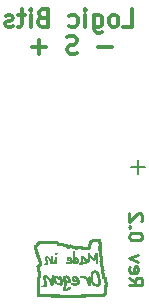
<source format=gbr>
G04 #@! TF.FileFunction,Legend,Bot*
%FSLAX46Y46*%
G04 Gerber Fmt 4.6, Leading zero omitted, Abs format (unit mm)*
G04 Created by KiCad (PCBNEW (2015-08-15 BZR 6092)-product) date 3/24/2016 2:34:01 PM*
%MOMM*%
G01*
G04 APERTURE LIST*
%ADD10C,0.100000*%
%ADD11C,0.177800*%
%ADD12C,0.285750*%
%ADD13C,0.300000*%
%ADD14C,0.002540*%
G04 APERTURE END LIST*
D10*
D11*
X146113428Y-97897143D02*
X144970571Y-97897143D01*
X145542000Y-98468571D02*
X145542000Y-97325714D01*
D12*
X144770929Y-107269642D02*
X145315214Y-107650642D01*
X144770929Y-107922785D02*
X145913929Y-107922785D01*
X145913929Y-107487357D01*
X145859500Y-107378499D01*
X145805071Y-107324071D01*
X145696214Y-107269642D01*
X145532929Y-107269642D01*
X145424071Y-107324071D01*
X145369643Y-107378499D01*
X145315214Y-107487357D01*
X145315214Y-107922785D01*
X144825357Y-106344357D02*
X144770929Y-106453214D01*
X144770929Y-106670928D01*
X144825357Y-106779785D01*
X144934214Y-106834214D01*
X145369643Y-106834214D01*
X145478500Y-106779785D01*
X145532929Y-106670928D01*
X145532929Y-106453214D01*
X145478500Y-106344357D01*
X145369643Y-106289928D01*
X145260786Y-106289928D01*
X145151929Y-106834214D01*
X145532929Y-105908928D02*
X144770929Y-105636785D01*
X145532929Y-105364643D01*
X145913929Y-103840643D02*
X145913929Y-103731786D01*
X145859500Y-103622929D01*
X145805071Y-103568500D01*
X145696214Y-103514071D01*
X145478500Y-103459643D01*
X145206357Y-103459643D01*
X144988643Y-103514071D01*
X144879786Y-103568500D01*
X144825357Y-103622929D01*
X144770929Y-103731786D01*
X144770929Y-103840643D01*
X144825357Y-103949500D01*
X144879786Y-104003929D01*
X144988643Y-104058357D01*
X145206357Y-104112786D01*
X145478500Y-104112786D01*
X145696214Y-104058357D01*
X145805071Y-104003929D01*
X145859500Y-103949500D01*
X145913929Y-103840643D01*
X144879786Y-102969786D02*
X144825357Y-102915358D01*
X144770929Y-102969786D01*
X144825357Y-103024215D01*
X144879786Y-102969786D01*
X144770929Y-102969786D01*
X145805071Y-102479929D02*
X145859500Y-102425500D01*
X145913929Y-102316643D01*
X145913929Y-102044500D01*
X145859500Y-101935643D01*
X145805071Y-101881214D01*
X145696214Y-101826786D01*
X145587357Y-101826786D01*
X145424071Y-101881214D01*
X144770929Y-102534357D01*
X144770929Y-101826786D01*
D13*
X143311142Y-87737143D02*
X142168285Y-87737143D01*
X140382571Y-88237143D02*
X140168285Y-88308571D01*
X139811142Y-88308571D01*
X139668285Y-88237143D01*
X139596856Y-88165714D01*
X139525428Y-88022857D01*
X139525428Y-87880000D01*
X139596856Y-87737143D01*
X139668285Y-87665714D01*
X139811142Y-87594286D01*
X140096856Y-87522857D01*
X140239714Y-87451429D01*
X140311142Y-87380000D01*
X140382571Y-87237143D01*
X140382571Y-87094286D01*
X140311142Y-86951429D01*
X140239714Y-86880000D01*
X140096856Y-86808571D01*
X139739714Y-86808571D01*
X139525428Y-86880000D01*
X137739714Y-87737143D02*
X136596857Y-87737143D01*
X137168286Y-88308571D02*
X137168286Y-87165714D01*
X144307143Y-86022571D02*
X145021429Y-86022571D01*
X145021429Y-84522571D01*
X143592857Y-86022571D02*
X143735715Y-85951143D01*
X143807143Y-85879714D01*
X143878572Y-85736857D01*
X143878572Y-85308286D01*
X143807143Y-85165429D01*
X143735715Y-85094000D01*
X143592857Y-85022571D01*
X143378572Y-85022571D01*
X143235715Y-85094000D01*
X143164286Y-85165429D01*
X143092857Y-85308286D01*
X143092857Y-85736857D01*
X143164286Y-85879714D01*
X143235715Y-85951143D01*
X143378572Y-86022571D01*
X143592857Y-86022571D01*
X141807143Y-85022571D02*
X141807143Y-86236857D01*
X141878572Y-86379714D01*
X141950000Y-86451143D01*
X142092857Y-86522571D01*
X142307143Y-86522571D01*
X142450000Y-86451143D01*
X141807143Y-85951143D02*
X141950000Y-86022571D01*
X142235714Y-86022571D01*
X142378572Y-85951143D01*
X142450000Y-85879714D01*
X142521429Y-85736857D01*
X142521429Y-85308286D01*
X142450000Y-85165429D01*
X142378572Y-85094000D01*
X142235714Y-85022571D01*
X141950000Y-85022571D01*
X141807143Y-85094000D01*
X141092857Y-86022571D02*
X141092857Y-85022571D01*
X141092857Y-84522571D02*
X141164286Y-84594000D01*
X141092857Y-84665429D01*
X141021429Y-84594000D01*
X141092857Y-84522571D01*
X141092857Y-84665429D01*
X139735714Y-85951143D02*
X139878571Y-86022571D01*
X140164285Y-86022571D01*
X140307143Y-85951143D01*
X140378571Y-85879714D01*
X140450000Y-85736857D01*
X140450000Y-85308286D01*
X140378571Y-85165429D01*
X140307143Y-85094000D01*
X140164285Y-85022571D01*
X139878571Y-85022571D01*
X139735714Y-85094000D01*
X137450000Y-85236857D02*
X137235714Y-85308286D01*
X137164286Y-85379714D01*
X137092857Y-85522571D01*
X137092857Y-85736857D01*
X137164286Y-85879714D01*
X137235714Y-85951143D01*
X137378572Y-86022571D01*
X137950000Y-86022571D01*
X137950000Y-84522571D01*
X137450000Y-84522571D01*
X137307143Y-84594000D01*
X137235714Y-84665429D01*
X137164286Y-84808286D01*
X137164286Y-84951143D01*
X137235714Y-85094000D01*
X137307143Y-85165429D01*
X137450000Y-85236857D01*
X137950000Y-85236857D01*
X136450000Y-86022571D02*
X136450000Y-85022571D01*
X136450000Y-84522571D02*
X136521429Y-84594000D01*
X136450000Y-84665429D01*
X136378572Y-84594000D01*
X136450000Y-84522571D01*
X136450000Y-84665429D01*
X135950000Y-85022571D02*
X135378571Y-85022571D01*
X135735714Y-84522571D02*
X135735714Y-85808286D01*
X135664286Y-85951143D01*
X135521428Y-86022571D01*
X135378571Y-86022571D01*
X134950000Y-85951143D02*
X134807143Y-86022571D01*
X134521428Y-86022571D01*
X134378571Y-85951143D01*
X134307143Y-85808286D01*
X134307143Y-85736857D01*
X134378571Y-85594000D01*
X134521428Y-85522571D01*
X134735714Y-85522571D01*
X134878571Y-85451143D01*
X134950000Y-85308286D01*
X134950000Y-85236857D01*
X134878571Y-85094000D01*
X134735714Y-85022571D01*
X134521428Y-85022571D01*
X134378571Y-85094000D01*
D14*
G36*
X136730740Y-104665780D02*
X136730740Y-104703880D01*
X136733280Y-104729280D01*
X136735820Y-104752140D01*
X136740900Y-104769920D01*
X136751060Y-104790240D01*
X136753600Y-104797860D01*
X136766300Y-104825800D01*
X136776460Y-104851200D01*
X136786620Y-104881680D01*
X136796780Y-104917240D01*
X136806940Y-104962960D01*
X136819640Y-105016300D01*
X136824720Y-105034080D01*
X136839960Y-105107740D01*
X136857740Y-105168700D01*
X136872980Y-105222040D01*
X136893300Y-105267760D01*
X136913620Y-105308400D01*
X136913620Y-104678480D01*
X136913620Y-104663240D01*
X136916160Y-104650540D01*
X136923780Y-104637840D01*
X136936480Y-104622600D01*
X136959340Y-104604820D01*
X136969500Y-104594660D01*
X136997440Y-104571800D01*
X137022840Y-104546400D01*
X137040620Y-104523540D01*
X137048240Y-104515920D01*
X137060940Y-104498140D01*
X137081260Y-104472740D01*
X137106660Y-104442260D01*
X137132060Y-104411780D01*
X137134600Y-104409240D01*
X137157460Y-104381300D01*
X137177780Y-104355900D01*
X137190480Y-104338120D01*
X137198100Y-104327960D01*
X137198100Y-104325420D01*
X137203180Y-104320340D01*
X137220960Y-104320340D01*
X137246360Y-104320340D01*
X137276840Y-104325420D01*
X137307320Y-104330500D01*
X137317480Y-104333040D01*
X137330180Y-104335580D01*
X137342880Y-104340660D01*
X137358120Y-104340660D01*
X137375900Y-104343200D01*
X137401300Y-104345740D01*
X137434320Y-104348280D01*
X137472420Y-104348280D01*
X137520680Y-104350820D01*
X137579100Y-104350820D01*
X137650220Y-104353360D01*
X137734040Y-104355900D01*
X137787380Y-104355900D01*
X137873740Y-104358440D01*
X137960100Y-104358440D01*
X138046460Y-104360980D01*
X138130280Y-104360980D01*
X138209020Y-104363520D01*
X138280140Y-104363520D01*
X138343640Y-104363520D01*
X138391900Y-104363520D01*
X138404600Y-104363520D01*
X138597640Y-104363520D01*
X138658600Y-104424480D01*
X138719560Y-104482900D01*
X138760200Y-104482900D01*
X138788140Y-104482900D01*
X138823700Y-104480360D01*
X138851640Y-104475280D01*
X138884660Y-104472740D01*
X138915140Y-104475280D01*
X138948160Y-104480360D01*
X138988800Y-104490520D01*
X139034520Y-104508300D01*
X139090400Y-104531160D01*
X139105640Y-104536240D01*
X139148820Y-104556560D01*
X139181840Y-104569260D01*
X139209780Y-104576880D01*
X139235180Y-104581960D01*
X139263120Y-104587040D01*
X139280900Y-104589580D01*
X139326620Y-104594660D01*
X139362180Y-104599740D01*
X139390120Y-104607360D01*
X139410440Y-104617520D01*
X139430760Y-104630220D01*
X139451080Y-104650540D01*
X139453620Y-104653080D01*
X139476480Y-104673400D01*
X139501880Y-104691180D01*
X139519660Y-104703880D01*
X139519660Y-104703880D01*
X139539980Y-104708960D01*
X139570460Y-104714040D01*
X139606020Y-104721660D01*
X139644120Y-104724200D01*
X139677140Y-104729280D01*
X139702540Y-104729280D01*
X139717780Y-104726740D01*
X139730480Y-104719120D01*
X139753340Y-104706420D01*
X139773660Y-104688640D01*
X139796520Y-104668320D01*
X139811760Y-104660700D01*
X139821920Y-104658160D01*
X139827000Y-104660700D01*
X139837160Y-104668320D01*
X139857480Y-104681020D01*
X139885420Y-104698800D01*
X139915900Y-104719120D01*
X139923520Y-104724200D01*
X140009880Y-104777540D01*
X140086080Y-104780080D01*
X140121640Y-104782620D01*
X140144500Y-104785160D01*
X140157200Y-104787700D01*
X140167360Y-104792780D01*
X140172440Y-104800400D01*
X140174980Y-104805480D01*
X140195300Y-104828340D01*
X140223240Y-104843580D01*
X140253720Y-104851200D01*
X140258800Y-104851200D01*
X140286740Y-104843580D01*
X140314680Y-104825800D01*
X140342620Y-104795320D01*
X140352780Y-104782620D01*
X140365480Y-104769920D01*
X140373100Y-104759760D01*
X140383260Y-104752140D01*
X140395960Y-104744520D01*
X140416280Y-104741980D01*
X140441680Y-104736900D01*
X140479780Y-104731820D01*
X140528040Y-104729280D01*
X140543280Y-104726740D01*
X140652500Y-104716580D01*
X140682980Y-104744520D01*
X140718540Y-104777540D01*
X140754100Y-104802940D01*
X140784580Y-104823260D01*
X140794740Y-104828340D01*
X140817600Y-104833420D01*
X140850620Y-104838500D01*
X140893800Y-104843580D01*
X140939520Y-104848660D01*
X140990320Y-104853740D01*
X141038580Y-104856280D01*
X141084300Y-104856280D01*
X141086840Y-104856280D01*
X141135100Y-104856280D01*
X141178280Y-104851200D01*
X141221460Y-104846120D01*
X141269720Y-104835960D01*
X141315440Y-104825800D01*
X141348460Y-104815640D01*
X141373860Y-104802940D01*
X141396720Y-104790240D01*
X141419580Y-104769920D01*
X141444980Y-104744520D01*
X141462760Y-104724200D01*
X141478000Y-104703880D01*
X141485620Y-104681020D01*
X141493240Y-104653080D01*
X141500860Y-104617520D01*
X141503400Y-104574340D01*
X141508480Y-104523540D01*
X141516100Y-104444800D01*
X141528800Y-104376220D01*
X141549120Y-104320340D01*
X141574520Y-104274620D01*
X141577060Y-104269540D01*
X141602460Y-104244140D01*
X141640560Y-104216200D01*
X141653260Y-104208580D01*
X141681200Y-104195880D01*
X141704060Y-104185720D01*
X141721840Y-104183180D01*
X141744700Y-104183180D01*
X141747240Y-104183180D01*
X141785340Y-104183180D01*
X141828520Y-104175560D01*
X141859000Y-104167940D01*
X141897100Y-104155240D01*
X141925040Y-104150160D01*
X141942820Y-104147620D01*
X141958060Y-104152700D01*
X141973300Y-104157780D01*
X141980920Y-104162860D01*
X142011400Y-104178100D01*
X142054580Y-104183180D01*
X142102840Y-104178100D01*
X142118080Y-104173020D01*
X142140940Y-104167940D01*
X142161260Y-104162860D01*
X142168880Y-104162860D01*
X142168880Y-104167940D01*
X142171420Y-104188260D01*
X142171420Y-104211120D01*
X142171420Y-104213660D01*
X142171420Y-104241600D01*
X142173960Y-104261920D01*
X142179040Y-104279700D01*
X142191740Y-104297480D01*
X142214600Y-104330500D01*
X142206980Y-104449880D01*
X142204440Y-104495600D01*
X142199360Y-104528620D01*
X142196820Y-104554020D01*
X142191740Y-104571800D01*
X142186660Y-104587040D01*
X142179040Y-104602280D01*
X142173960Y-104609900D01*
X142158720Y-104640380D01*
X142151100Y-104668320D01*
X142151100Y-104688640D01*
X142148560Y-104716580D01*
X142146020Y-104739440D01*
X142143480Y-104747060D01*
X142140940Y-104764840D01*
X142135860Y-104790240D01*
X142135860Y-104823260D01*
X142135860Y-104835960D01*
X142135860Y-104868980D01*
X142135860Y-104889300D01*
X142140940Y-104904540D01*
X142148560Y-104914700D01*
X142158720Y-104927400D01*
X142161260Y-104929940D01*
X142181580Y-104945180D01*
X142201900Y-104952800D01*
X142204440Y-104955340D01*
X142214600Y-104955340D01*
X142219680Y-104960420D01*
X142224760Y-104975660D01*
X142227300Y-105001060D01*
X142229840Y-105034080D01*
X142232380Y-105072180D01*
X142232380Y-105095040D01*
X142234920Y-105138220D01*
X142240000Y-105194100D01*
X142247620Y-105265220D01*
X142260320Y-105351580D01*
X142278100Y-105450640D01*
X142278100Y-105458260D01*
X142285720Y-105501440D01*
X142290800Y-105542080D01*
X142295880Y-105572560D01*
X142298420Y-105595420D01*
X142300960Y-105603040D01*
X142300960Y-105615740D01*
X142298420Y-105638600D01*
X142298420Y-105669080D01*
X142295880Y-105699560D01*
X142295880Y-105732580D01*
X142293340Y-105763060D01*
X142290800Y-105783380D01*
X142288260Y-105791000D01*
X142278100Y-105816400D01*
X142275560Y-105846880D01*
X142278100Y-105877360D01*
X142288260Y-105902760D01*
X142303500Y-105915460D01*
X142311120Y-105928160D01*
X142318740Y-105953560D01*
X142328900Y-105994200D01*
X142336520Y-106050080D01*
X142346680Y-106118660D01*
X142354300Y-106197400D01*
X142359380Y-106258360D01*
X142364460Y-106311700D01*
X142369540Y-106362500D01*
X142374620Y-106405680D01*
X142379700Y-106441240D01*
X142382240Y-106466640D01*
X142384780Y-106479340D01*
X142394940Y-106499660D01*
X142405100Y-106527600D01*
X142415260Y-106553000D01*
X142422880Y-106573320D01*
X142430500Y-106588560D01*
X142433040Y-106606340D01*
X142435580Y-106626660D01*
X142435580Y-106652060D01*
X142433040Y-106685080D01*
X142430500Y-106730800D01*
X142430500Y-106751120D01*
X142427960Y-106796840D01*
X142427960Y-106832400D01*
X142433040Y-106860340D01*
X142440660Y-106885740D01*
X142453360Y-106913680D01*
X142473680Y-106946700D01*
X142491460Y-106984800D01*
X142501620Y-107012740D01*
X142506700Y-107040680D01*
X142501620Y-107068620D01*
X142491460Y-107106720D01*
X142486380Y-107116880D01*
X142473680Y-107154980D01*
X142466060Y-107185460D01*
X142466060Y-107205780D01*
X142468600Y-107223560D01*
X142476220Y-107238800D01*
X142476220Y-107241340D01*
X142491460Y-107256580D01*
X142516860Y-107274360D01*
X142547340Y-107292140D01*
X142580360Y-107304840D01*
X142600680Y-107312460D01*
X142621000Y-107317540D01*
X142621000Y-107406440D01*
X142621000Y-107497880D01*
X142651480Y-107561380D01*
X142684500Y-107629960D01*
X142709900Y-107688380D01*
X142730220Y-107736640D01*
X142742920Y-107772200D01*
X142748000Y-107792520D01*
X142750540Y-107810300D01*
X142750540Y-107825540D01*
X142742920Y-107840780D01*
X142727680Y-107861100D01*
X142727680Y-107863640D01*
X142699740Y-107904280D01*
X142676880Y-107942380D01*
X142659100Y-107988100D01*
X142651480Y-108016040D01*
X142636240Y-108069380D01*
X142659100Y-108168440D01*
X142674340Y-108234480D01*
X142681960Y-108287820D01*
X142687040Y-108333540D01*
X142687040Y-108374180D01*
X142679420Y-108412280D01*
X142669260Y-108450380D01*
X142669260Y-108450380D01*
X142654020Y-108493560D01*
X142641320Y-108531660D01*
X142626080Y-108564680D01*
X142615920Y-108587540D01*
X142605760Y-108597700D01*
X142605760Y-108600240D01*
X142595600Y-108602780D01*
X142575280Y-108610400D01*
X142567660Y-108615480D01*
X142544800Y-108623100D01*
X142509240Y-108630720D01*
X142460980Y-108635800D01*
X142400020Y-108638340D01*
X142323820Y-108640880D01*
X142234920Y-108643420D01*
X142133320Y-108643420D01*
X142123160Y-108643420D01*
X142067280Y-108645960D01*
X142001240Y-108645960D01*
X141927580Y-108648500D01*
X141848840Y-108648500D01*
X141770100Y-108651040D01*
X141696440Y-108656120D01*
X141676120Y-108656120D01*
X141439900Y-108663740D01*
X141213840Y-108673900D01*
X140990320Y-108678980D01*
X140766800Y-108684060D01*
X140545820Y-108689140D01*
X140322300Y-108691680D01*
X140096240Y-108694220D01*
X139862560Y-108694220D01*
X139623800Y-108694220D01*
X139372340Y-108694220D01*
X139110720Y-108691680D01*
X138978640Y-108689140D01*
X138793220Y-108686600D01*
X138623040Y-108684060D01*
X138465560Y-108681520D01*
X138320780Y-108678980D01*
X138186160Y-108676440D01*
X138061700Y-108673900D01*
X137944860Y-108671360D01*
X137838180Y-108668820D01*
X137739120Y-108663740D01*
X137647680Y-108661200D01*
X137558780Y-108658660D01*
X137474960Y-108653580D01*
X137429240Y-108651040D01*
X137365740Y-108648500D01*
X137307320Y-108643420D01*
X137253980Y-108640880D01*
X137208260Y-108638340D01*
X137175240Y-108635800D01*
X137152380Y-108635800D01*
X137139680Y-108635800D01*
X137139680Y-108635800D01*
X137139680Y-108628180D01*
X137142220Y-108605320D01*
X137142220Y-108572300D01*
X137144760Y-108524040D01*
X137147300Y-108465620D01*
X137149840Y-108397040D01*
X137154920Y-108318300D01*
X137157460Y-108231940D01*
X137162540Y-108135420D01*
X137167620Y-108033820D01*
X137170160Y-107927140D01*
X137175240Y-107812840D01*
X137182860Y-107696000D01*
X137182860Y-107680760D01*
X137187940Y-107541060D01*
X137193020Y-107414060D01*
X137198100Y-107299760D01*
X137203180Y-107198160D01*
X137208260Y-107109260D01*
X137210800Y-107030520D01*
X137213340Y-106964480D01*
X137215880Y-106903520D01*
X137215880Y-106855260D01*
X137215880Y-106812080D01*
X137215880Y-106779060D01*
X137215880Y-106748580D01*
X137215880Y-106725720D01*
X137213340Y-106707940D01*
X137210800Y-106692700D01*
X137208260Y-106682540D01*
X137205720Y-106672380D01*
X137200640Y-106664760D01*
X137195560Y-106659680D01*
X137190480Y-106652060D01*
X137185400Y-106644440D01*
X137172700Y-106629200D01*
X137165080Y-106613960D01*
X137162540Y-106598720D01*
X137165080Y-106573320D01*
X137165080Y-106563160D01*
X137165080Y-106527600D01*
X137162540Y-106494580D01*
X137152380Y-106453940D01*
X137152380Y-106451400D01*
X137139680Y-106408220D01*
X137132060Y-106377740D01*
X137129520Y-106354880D01*
X137129520Y-106342180D01*
X137132060Y-106332020D01*
X137139680Y-106326940D01*
X137139680Y-106324400D01*
X137157460Y-106319320D01*
X137180320Y-106311700D01*
X137190480Y-106311700D01*
X137218420Y-106304080D01*
X137241280Y-106293920D01*
X137261600Y-106278680D01*
X137279380Y-106255820D01*
X137302240Y-106220260D01*
X137320020Y-106184700D01*
X137363200Y-106095800D01*
X137355580Y-106017060D01*
X137350500Y-105986580D01*
X137345420Y-105958640D01*
X137337800Y-105933240D01*
X137330180Y-105905300D01*
X137317480Y-105869740D01*
X137297160Y-105826560D01*
X137292080Y-105813860D01*
X137271760Y-105763060D01*
X137248900Y-105712260D01*
X137226040Y-105658920D01*
X137205720Y-105613200D01*
X137195560Y-105595420D01*
X137180320Y-105557320D01*
X137167620Y-105529380D01*
X137160000Y-105509060D01*
X137157460Y-105496360D01*
X137160000Y-105486200D01*
X137160000Y-105476040D01*
X137167620Y-105450640D01*
X137167620Y-105420160D01*
X137157460Y-105387140D01*
X137139680Y-105346500D01*
X137114280Y-105298240D01*
X137111740Y-105295700D01*
X137088880Y-105255060D01*
X137068560Y-105219500D01*
X137053320Y-105189020D01*
X137043160Y-105158540D01*
X137030460Y-105125520D01*
X137020300Y-105084880D01*
X137010140Y-105039160D01*
X136999980Y-104993440D01*
X136984740Y-104929940D01*
X136972040Y-104879140D01*
X136961880Y-104838500D01*
X136951720Y-104805480D01*
X136941560Y-104777540D01*
X136933940Y-104754680D01*
X136926320Y-104744520D01*
X136918700Y-104716580D01*
X136913620Y-104686100D01*
X136913620Y-104678480D01*
X136913620Y-105308400D01*
X136916160Y-105310940D01*
X136921240Y-105326180D01*
X136939020Y-105354120D01*
X136949180Y-105376980D01*
X136954260Y-105389680D01*
X136954260Y-105399840D01*
X136949180Y-105410000D01*
X136946640Y-105427780D01*
X136944100Y-105445560D01*
X136949180Y-105468420D01*
X136956800Y-105496360D01*
X136972040Y-105531920D01*
X136992360Y-105580180D01*
X137007600Y-105610660D01*
X137043160Y-105691940D01*
X137078720Y-105768140D01*
X137106660Y-105836720D01*
X137132060Y-105897680D01*
X137152380Y-105948480D01*
X137165080Y-105989120D01*
X137172700Y-106017060D01*
X137172700Y-106019600D01*
X137177780Y-106047540D01*
X137175240Y-106065320D01*
X137170160Y-106085640D01*
X137162540Y-106098340D01*
X137152380Y-106118660D01*
X137139680Y-106131360D01*
X137124440Y-106138980D01*
X137101580Y-106144060D01*
X137088880Y-106146600D01*
X137073640Y-106149140D01*
X137055860Y-106159300D01*
X137038080Y-106174540D01*
X137010140Y-106199940D01*
X137002520Y-106210100D01*
X136977120Y-106235500D01*
X136959340Y-106253280D01*
X136949180Y-106265980D01*
X136944100Y-106278680D01*
X136944100Y-106293920D01*
X136944100Y-106304080D01*
X136946640Y-106357420D01*
X136959340Y-106418380D01*
X136974580Y-106481880D01*
X136982200Y-106509820D01*
X136984740Y-106532680D01*
X136984740Y-106555540D01*
X136982200Y-106586020D01*
X136979660Y-106591100D01*
X136977120Y-106624120D01*
X136977120Y-106652060D01*
X136984740Y-106674920D01*
X137002520Y-106702860D01*
X137020300Y-106725720D01*
X137043160Y-106753660D01*
X136999980Y-107734100D01*
X136994900Y-107853480D01*
X136989820Y-107970320D01*
X136984740Y-108082080D01*
X136979660Y-108188760D01*
X136977120Y-108287820D01*
X136972040Y-108379260D01*
X136969500Y-108463080D01*
X136966960Y-108536740D01*
X136964420Y-108600240D01*
X136961880Y-108653580D01*
X136961880Y-108694220D01*
X136961880Y-108722160D01*
X136961880Y-108737400D01*
X136961880Y-108737400D01*
X136972040Y-108762800D01*
X136992360Y-108785660D01*
X137015220Y-108800900D01*
X137020300Y-108803440D01*
X137033000Y-108805980D01*
X137060940Y-108808520D01*
X137099040Y-108811060D01*
X137147300Y-108816140D01*
X137205720Y-108818680D01*
X137269220Y-108823760D01*
X137342880Y-108826300D01*
X137419080Y-108831380D01*
X137500360Y-108833920D01*
X137581640Y-108839000D01*
X137665460Y-108841540D01*
X137746740Y-108844080D01*
X137828020Y-108846620D01*
X137904220Y-108849160D01*
X137975340Y-108851700D01*
X138018520Y-108854240D01*
X138079480Y-108854240D01*
X138153140Y-108856780D01*
X138236960Y-108856780D01*
X138328400Y-108859320D01*
X138430000Y-108861860D01*
X138536680Y-108861860D01*
X138645900Y-108864400D01*
X138760200Y-108864400D01*
X138871960Y-108866940D01*
X138981180Y-108869480D01*
X139024360Y-108869480D01*
X139125960Y-108869480D01*
X139227560Y-108872020D01*
X139326620Y-108872020D01*
X139423140Y-108874560D01*
X139512040Y-108874560D01*
X139595860Y-108874560D01*
X139669520Y-108877100D01*
X139733020Y-108877100D01*
X139786360Y-108877100D01*
X139827000Y-108877100D01*
X139849860Y-108877100D01*
X139885420Y-108877100D01*
X139936220Y-108877100D01*
X139997180Y-108877100D01*
X140068300Y-108877100D01*
X140144500Y-108877100D01*
X140225780Y-108874560D01*
X140309600Y-108874560D01*
X140393420Y-108872020D01*
X140428980Y-108872020D01*
X140583920Y-108869480D01*
X140733780Y-108864400D01*
X140881100Y-108861860D01*
X141020800Y-108856780D01*
X141152880Y-108854240D01*
X141277340Y-108849160D01*
X141391640Y-108846620D01*
X141493240Y-108844080D01*
X141579600Y-108839000D01*
X141597380Y-108839000D01*
X141653260Y-108836460D01*
X141719300Y-108833920D01*
X141790420Y-108833920D01*
X141861540Y-108831380D01*
X141930120Y-108831380D01*
X141955520Y-108831380D01*
X142021560Y-108831380D01*
X142095220Y-108828840D01*
X142176500Y-108828840D01*
X142255240Y-108823760D01*
X142331440Y-108821220D01*
X142369540Y-108821220D01*
X142585440Y-108808520D01*
X142656560Y-108775500D01*
X142689580Y-108757720D01*
X142714980Y-108745020D01*
X142732760Y-108732320D01*
X142737840Y-108727240D01*
X142753080Y-108706920D01*
X142768320Y-108676440D01*
X142788640Y-108635800D01*
X142806420Y-108592620D01*
X142824200Y-108549440D01*
X142839440Y-108511340D01*
X142852140Y-108470700D01*
X142859760Y-108437680D01*
X142864840Y-108412280D01*
X142867380Y-108381800D01*
X142867380Y-108361480D01*
X142862300Y-108287820D01*
X142849600Y-108204000D01*
X142834360Y-108130340D01*
X142826740Y-108094780D01*
X142826740Y-108066840D01*
X142834360Y-108036360D01*
X142849600Y-108003340D01*
X142872460Y-107965240D01*
X142887700Y-107947460D01*
X142910560Y-107911900D01*
X142925800Y-107886500D01*
X142933420Y-107861100D01*
X142935960Y-107835700D01*
X142933420Y-107802680D01*
X142925800Y-107764580D01*
X142918180Y-107734100D01*
X142905480Y-107693460D01*
X142887700Y-107647740D01*
X142867380Y-107594400D01*
X142841980Y-107543600D01*
X142821660Y-107500420D01*
X142814040Y-107482640D01*
X142806420Y-107467400D01*
X142803880Y-107449620D01*
X142801340Y-107429300D01*
X142801340Y-107398820D01*
X142801340Y-107358180D01*
X142801340Y-107353100D01*
X142798800Y-107304840D01*
X142796260Y-107264200D01*
X142791180Y-107236260D01*
X142778480Y-107213400D01*
X142760700Y-107193080D01*
X142732760Y-107175300D01*
X142694660Y-107154980D01*
X142674340Y-107144820D01*
X142674340Y-107137200D01*
X142676880Y-107119420D01*
X142681960Y-107094020D01*
X142684500Y-107086400D01*
X142689580Y-107040680D01*
X142689580Y-107010200D01*
X142689580Y-107002580D01*
X142676880Y-106959400D01*
X142656560Y-106913680D01*
X142633700Y-106867960D01*
X142626080Y-106855260D01*
X142618460Y-106842560D01*
X142613380Y-106829860D01*
X142608300Y-106814620D01*
X142608300Y-106796840D01*
X142608300Y-106773980D01*
X142608300Y-106743500D01*
X142613380Y-106700320D01*
X142618460Y-106646980D01*
X142618460Y-106644440D01*
X142618460Y-106619040D01*
X142618460Y-106593640D01*
X142610840Y-106565700D01*
X142603220Y-106537760D01*
X142590520Y-106504740D01*
X142580360Y-106474260D01*
X142570200Y-106451400D01*
X142567660Y-106446320D01*
X142562580Y-106433620D01*
X142557500Y-106413300D01*
X142554960Y-106385360D01*
X142549880Y-106347260D01*
X142544800Y-106296460D01*
X142539720Y-106235500D01*
X142532100Y-106166920D01*
X142524480Y-106100880D01*
X142516860Y-106037380D01*
X142506700Y-105976420D01*
X142499080Y-105923080D01*
X142491460Y-105879900D01*
X142481300Y-105849420D01*
X142478760Y-105839260D01*
X142478760Y-105821480D01*
X142481300Y-105803700D01*
X142483840Y-105778300D01*
X142478760Y-105742740D01*
X142478760Y-105742740D01*
X142473680Y-105709720D01*
X142476220Y-105674160D01*
X142478760Y-105656380D01*
X142481300Y-105633520D01*
X142483840Y-105613200D01*
X142481300Y-105590340D01*
X142478760Y-105562400D01*
X142471140Y-105521760D01*
X142468600Y-105506520D01*
X142450820Y-105412540D01*
X142438120Y-105326180D01*
X142427960Y-105244900D01*
X142420340Y-105163620D01*
X142412720Y-105074720D01*
X142407640Y-104998520D01*
X142405100Y-104932480D01*
X142400020Y-104881680D01*
X142397480Y-104841040D01*
X142392400Y-104810560D01*
X142389860Y-104787700D01*
X142382240Y-104769920D01*
X142374620Y-104757220D01*
X142364460Y-104749600D01*
X142356840Y-104741980D01*
X142344140Y-104731820D01*
X142339060Y-104719120D01*
X142341600Y-104701340D01*
X142349220Y-104675940D01*
X142359380Y-104650540D01*
X142359380Y-104650540D01*
X142367000Y-104637840D01*
X142369540Y-104627680D01*
X142374620Y-104614980D01*
X142377160Y-104597200D01*
X142379700Y-104574340D01*
X142382240Y-104543860D01*
X142384780Y-104500680D01*
X142389860Y-104447340D01*
X142389860Y-104419400D01*
X142400020Y-104267000D01*
X142374620Y-104236520D01*
X142349220Y-104206040D01*
X142356840Y-104129840D01*
X142359380Y-104081580D01*
X142359380Y-104046020D01*
X142356840Y-104020620D01*
X142346680Y-104000300D01*
X142333980Y-103985060D01*
X142331440Y-103982520D01*
X142316200Y-103969820D01*
X142298420Y-103964740D01*
X142275560Y-103962200D01*
X142247620Y-103962200D01*
X142209520Y-103969820D01*
X142158720Y-103979980D01*
X142153640Y-103982520D01*
X142062200Y-104002840D01*
X142026640Y-103982520D01*
X142001240Y-103969820D01*
X141978380Y-103962200D01*
X141950440Y-103962200D01*
X141919960Y-103967280D01*
X141876780Y-103974900D01*
X141846300Y-103982520D01*
X141810740Y-103992680D01*
X141782800Y-104000300D01*
X141765020Y-104002840D01*
X141747240Y-104000300D01*
X141734540Y-103997760D01*
X141714220Y-103995220D01*
X141696440Y-103995220D01*
X141676120Y-103997760D01*
X141650720Y-104007920D01*
X141620240Y-104023160D01*
X141587220Y-104040940D01*
X141546580Y-104063800D01*
X141516100Y-104081580D01*
X141493240Y-104099360D01*
X141475460Y-104114600D01*
X141457680Y-104132380D01*
X141439900Y-104155240D01*
X141419580Y-104178100D01*
X141404340Y-104200960D01*
X141394180Y-104221280D01*
X141384020Y-104246680D01*
X141371320Y-104279700D01*
X141358620Y-104322880D01*
X141356080Y-104333040D01*
X141343380Y-104381300D01*
X141335760Y-104421940D01*
X141330680Y-104460040D01*
X141325600Y-104503220D01*
X141325600Y-104518460D01*
X141323060Y-104564180D01*
X141320520Y-104597200D01*
X141312900Y-104620060D01*
X141300200Y-104635300D01*
X141279880Y-104648000D01*
X141249400Y-104655620D01*
X141221460Y-104663240D01*
X141160500Y-104673400D01*
X141089380Y-104678480D01*
X141010640Y-104675940D01*
X140936980Y-104668320D01*
X140858240Y-104660700D01*
X140792200Y-104602280D01*
X140766800Y-104576880D01*
X140741400Y-104559100D01*
X140721080Y-104543860D01*
X140710920Y-104538780D01*
X140695680Y-104538780D01*
X140670280Y-104538780D01*
X140632180Y-104538780D01*
X140589000Y-104543860D01*
X140538200Y-104546400D01*
X140487400Y-104551480D01*
X140436600Y-104556560D01*
X140393420Y-104561640D01*
X140350240Y-104569260D01*
X140319760Y-104574340D01*
X140299440Y-104584500D01*
X140286740Y-104589580D01*
X140276580Y-104597200D01*
X140266420Y-104602280D01*
X140251180Y-104604820D01*
X140230860Y-104604820D01*
X140202920Y-104604820D01*
X140164820Y-104604820D01*
X140063220Y-104602280D01*
X139959080Y-104533700D01*
X139920980Y-104508300D01*
X139887960Y-104487980D01*
X139860020Y-104470200D01*
X139839700Y-104460040D01*
X139832080Y-104454960D01*
X139804140Y-104447340D01*
X139778740Y-104452420D01*
X139748260Y-104467660D01*
X139712700Y-104498140D01*
X139710160Y-104500680D01*
X139687300Y-104521000D01*
X139669520Y-104533700D01*
X139654280Y-104541320D01*
X139639040Y-104543860D01*
X139633960Y-104543860D01*
X139616180Y-104541320D01*
X139603480Y-104538780D01*
X139585700Y-104526080D01*
X139565380Y-104508300D01*
X139555220Y-104498140D01*
X139524740Y-104472740D01*
X139491720Y-104452420D01*
X139453620Y-104437180D01*
X139410440Y-104427020D01*
X139354560Y-104416860D01*
X139326620Y-104414320D01*
X139288520Y-104409240D01*
X139258040Y-104401620D01*
X139227560Y-104391460D01*
X139192000Y-104378760D01*
X139161520Y-104366060D01*
X139118340Y-104348280D01*
X139070080Y-104330500D01*
X139024360Y-104315260D01*
X138996420Y-104307640D01*
X138958320Y-104300020D01*
X138930380Y-104292400D01*
X138907520Y-104292400D01*
X138884660Y-104292400D01*
X138854180Y-104294940D01*
X138793220Y-104302560D01*
X138734800Y-104249220D01*
X138699240Y-104216200D01*
X138671300Y-104195880D01*
X138653520Y-104190800D01*
X138640820Y-104188260D01*
X138612880Y-104188260D01*
X138577320Y-104185720D01*
X138531600Y-104185720D01*
X138480800Y-104185720D01*
X138424920Y-104185720D01*
X138422380Y-104185720D01*
X138338560Y-104185720D01*
X138249660Y-104183180D01*
X138158220Y-104183180D01*
X138066780Y-104183180D01*
X137975340Y-104180640D01*
X137886440Y-104178100D01*
X137802620Y-104178100D01*
X137721340Y-104175560D01*
X137645140Y-104173020D01*
X137576560Y-104170480D01*
X137518140Y-104167940D01*
X137467340Y-104165400D01*
X137429240Y-104162860D01*
X137403840Y-104160320D01*
X137391140Y-104157780D01*
X137373360Y-104155240D01*
X137340340Y-104150160D01*
X137302240Y-104145080D01*
X137261600Y-104142540D01*
X137241280Y-104140000D01*
X137195560Y-104137460D01*
X137162540Y-104134920D01*
X137139680Y-104134920D01*
X137121900Y-104134920D01*
X137109200Y-104137460D01*
X137099040Y-104142540D01*
X137096500Y-104145080D01*
X137071100Y-104165400D01*
X137048240Y-104198420D01*
X137038080Y-104233980D01*
X137030460Y-104249220D01*
X137015220Y-104272080D01*
X136994900Y-104294940D01*
X136989820Y-104302560D01*
X136964420Y-104333040D01*
X136941560Y-104360980D01*
X136921240Y-104383840D01*
X136918700Y-104388920D01*
X136903460Y-104406700D01*
X136878060Y-104432100D01*
X136850120Y-104460040D01*
X136822180Y-104487980D01*
X136794240Y-104513380D01*
X136768840Y-104536240D01*
X136751060Y-104554020D01*
X136740900Y-104566720D01*
X136740900Y-104566720D01*
X136735820Y-104584500D01*
X136730740Y-104614980D01*
X136730740Y-104655620D01*
X136730740Y-104665780D01*
X136730740Y-104665780D01*
X136730740Y-104665780D01*
G37*
X136730740Y-104665780D02*
X136730740Y-104703880D01*
X136733280Y-104729280D01*
X136735820Y-104752140D01*
X136740900Y-104769920D01*
X136751060Y-104790240D01*
X136753600Y-104797860D01*
X136766300Y-104825800D01*
X136776460Y-104851200D01*
X136786620Y-104881680D01*
X136796780Y-104917240D01*
X136806940Y-104962960D01*
X136819640Y-105016300D01*
X136824720Y-105034080D01*
X136839960Y-105107740D01*
X136857740Y-105168700D01*
X136872980Y-105222040D01*
X136893300Y-105267760D01*
X136913620Y-105308400D01*
X136913620Y-104678480D01*
X136913620Y-104663240D01*
X136916160Y-104650540D01*
X136923780Y-104637840D01*
X136936480Y-104622600D01*
X136959340Y-104604820D01*
X136969500Y-104594660D01*
X136997440Y-104571800D01*
X137022840Y-104546400D01*
X137040620Y-104523540D01*
X137048240Y-104515920D01*
X137060940Y-104498140D01*
X137081260Y-104472740D01*
X137106660Y-104442260D01*
X137132060Y-104411780D01*
X137134600Y-104409240D01*
X137157460Y-104381300D01*
X137177780Y-104355900D01*
X137190480Y-104338120D01*
X137198100Y-104327960D01*
X137198100Y-104325420D01*
X137203180Y-104320340D01*
X137220960Y-104320340D01*
X137246360Y-104320340D01*
X137276840Y-104325420D01*
X137307320Y-104330500D01*
X137317480Y-104333040D01*
X137330180Y-104335580D01*
X137342880Y-104340660D01*
X137358120Y-104340660D01*
X137375900Y-104343200D01*
X137401300Y-104345740D01*
X137434320Y-104348280D01*
X137472420Y-104348280D01*
X137520680Y-104350820D01*
X137579100Y-104350820D01*
X137650220Y-104353360D01*
X137734040Y-104355900D01*
X137787380Y-104355900D01*
X137873740Y-104358440D01*
X137960100Y-104358440D01*
X138046460Y-104360980D01*
X138130280Y-104360980D01*
X138209020Y-104363520D01*
X138280140Y-104363520D01*
X138343640Y-104363520D01*
X138391900Y-104363520D01*
X138404600Y-104363520D01*
X138597640Y-104363520D01*
X138658600Y-104424480D01*
X138719560Y-104482900D01*
X138760200Y-104482900D01*
X138788140Y-104482900D01*
X138823700Y-104480360D01*
X138851640Y-104475280D01*
X138884660Y-104472740D01*
X138915140Y-104475280D01*
X138948160Y-104480360D01*
X138988800Y-104490520D01*
X139034520Y-104508300D01*
X139090400Y-104531160D01*
X139105640Y-104536240D01*
X139148820Y-104556560D01*
X139181840Y-104569260D01*
X139209780Y-104576880D01*
X139235180Y-104581960D01*
X139263120Y-104587040D01*
X139280900Y-104589580D01*
X139326620Y-104594660D01*
X139362180Y-104599740D01*
X139390120Y-104607360D01*
X139410440Y-104617520D01*
X139430760Y-104630220D01*
X139451080Y-104650540D01*
X139453620Y-104653080D01*
X139476480Y-104673400D01*
X139501880Y-104691180D01*
X139519660Y-104703880D01*
X139519660Y-104703880D01*
X139539980Y-104708960D01*
X139570460Y-104714040D01*
X139606020Y-104721660D01*
X139644120Y-104724200D01*
X139677140Y-104729280D01*
X139702540Y-104729280D01*
X139717780Y-104726740D01*
X139730480Y-104719120D01*
X139753340Y-104706420D01*
X139773660Y-104688640D01*
X139796520Y-104668320D01*
X139811760Y-104660700D01*
X139821920Y-104658160D01*
X139827000Y-104660700D01*
X139837160Y-104668320D01*
X139857480Y-104681020D01*
X139885420Y-104698800D01*
X139915900Y-104719120D01*
X139923520Y-104724200D01*
X140009880Y-104777540D01*
X140086080Y-104780080D01*
X140121640Y-104782620D01*
X140144500Y-104785160D01*
X140157200Y-104787700D01*
X140167360Y-104792780D01*
X140172440Y-104800400D01*
X140174980Y-104805480D01*
X140195300Y-104828340D01*
X140223240Y-104843580D01*
X140253720Y-104851200D01*
X140258800Y-104851200D01*
X140286740Y-104843580D01*
X140314680Y-104825800D01*
X140342620Y-104795320D01*
X140352780Y-104782620D01*
X140365480Y-104769920D01*
X140373100Y-104759760D01*
X140383260Y-104752140D01*
X140395960Y-104744520D01*
X140416280Y-104741980D01*
X140441680Y-104736900D01*
X140479780Y-104731820D01*
X140528040Y-104729280D01*
X140543280Y-104726740D01*
X140652500Y-104716580D01*
X140682980Y-104744520D01*
X140718540Y-104777540D01*
X140754100Y-104802940D01*
X140784580Y-104823260D01*
X140794740Y-104828340D01*
X140817600Y-104833420D01*
X140850620Y-104838500D01*
X140893800Y-104843580D01*
X140939520Y-104848660D01*
X140990320Y-104853740D01*
X141038580Y-104856280D01*
X141084300Y-104856280D01*
X141086840Y-104856280D01*
X141135100Y-104856280D01*
X141178280Y-104851200D01*
X141221460Y-104846120D01*
X141269720Y-104835960D01*
X141315440Y-104825800D01*
X141348460Y-104815640D01*
X141373860Y-104802940D01*
X141396720Y-104790240D01*
X141419580Y-104769920D01*
X141444980Y-104744520D01*
X141462760Y-104724200D01*
X141478000Y-104703880D01*
X141485620Y-104681020D01*
X141493240Y-104653080D01*
X141500860Y-104617520D01*
X141503400Y-104574340D01*
X141508480Y-104523540D01*
X141516100Y-104444800D01*
X141528800Y-104376220D01*
X141549120Y-104320340D01*
X141574520Y-104274620D01*
X141577060Y-104269540D01*
X141602460Y-104244140D01*
X141640560Y-104216200D01*
X141653260Y-104208580D01*
X141681200Y-104195880D01*
X141704060Y-104185720D01*
X141721840Y-104183180D01*
X141744700Y-104183180D01*
X141747240Y-104183180D01*
X141785340Y-104183180D01*
X141828520Y-104175560D01*
X141859000Y-104167940D01*
X141897100Y-104155240D01*
X141925040Y-104150160D01*
X141942820Y-104147620D01*
X141958060Y-104152700D01*
X141973300Y-104157780D01*
X141980920Y-104162860D01*
X142011400Y-104178100D01*
X142054580Y-104183180D01*
X142102840Y-104178100D01*
X142118080Y-104173020D01*
X142140940Y-104167940D01*
X142161260Y-104162860D01*
X142168880Y-104162860D01*
X142168880Y-104167940D01*
X142171420Y-104188260D01*
X142171420Y-104211120D01*
X142171420Y-104213660D01*
X142171420Y-104241600D01*
X142173960Y-104261920D01*
X142179040Y-104279700D01*
X142191740Y-104297480D01*
X142214600Y-104330500D01*
X142206980Y-104449880D01*
X142204440Y-104495600D01*
X142199360Y-104528620D01*
X142196820Y-104554020D01*
X142191740Y-104571800D01*
X142186660Y-104587040D01*
X142179040Y-104602280D01*
X142173960Y-104609900D01*
X142158720Y-104640380D01*
X142151100Y-104668320D01*
X142151100Y-104688640D01*
X142148560Y-104716580D01*
X142146020Y-104739440D01*
X142143480Y-104747060D01*
X142140940Y-104764840D01*
X142135860Y-104790240D01*
X142135860Y-104823260D01*
X142135860Y-104835960D01*
X142135860Y-104868980D01*
X142135860Y-104889300D01*
X142140940Y-104904540D01*
X142148560Y-104914700D01*
X142158720Y-104927400D01*
X142161260Y-104929940D01*
X142181580Y-104945180D01*
X142201900Y-104952800D01*
X142204440Y-104955340D01*
X142214600Y-104955340D01*
X142219680Y-104960420D01*
X142224760Y-104975660D01*
X142227300Y-105001060D01*
X142229840Y-105034080D01*
X142232380Y-105072180D01*
X142232380Y-105095040D01*
X142234920Y-105138220D01*
X142240000Y-105194100D01*
X142247620Y-105265220D01*
X142260320Y-105351580D01*
X142278100Y-105450640D01*
X142278100Y-105458260D01*
X142285720Y-105501440D01*
X142290800Y-105542080D01*
X142295880Y-105572560D01*
X142298420Y-105595420D01*
X142300960Y-105603040D01*
X142300960Y-105615740D01*
X142298420Y-105638600D01*
X142298420Y-105669080D01*
X142295880Y-105699560D01*
X142295880Y-105732580D01*
X142293340Y-105763060D01*
X142290800Y-105783380D01*
X142288260Y-105791000D01*
X142278100Y-105816400D01*
X142275560Y-105846880D01*
X142278100Y-105877360D01*
X142288260Y-105902760D01*
X142303500Y-105915460D01*
X142311120Y-105928160D01*
X142318740Y-105953560D01*
X142328900Y-105994200D01*
X142336520Y-106050080D01*
X142346680Y-106118660D01*
X142354300Y-106197400D01*
X142359380Y-106258360D01*
X142364460Y-106311700D01*
X142369540Y-106362500D01*
X142374620Y-106405680D01*
X142379700Y-106441240D01*
X142382240Y-106466640D01*
X142384780Y-106479340D01*
X142394940Y-106499660D01*
X142405100Y-106527600D01*
X142415260Y-106553000D01*
X142422880Y-106573320D01*
X142430500Y-106588560D01*
X142433040Y-106606340D01*
X142435580Y-106626660D01*
X142435580Y-106652060D01*
X142433040Y-106685080D01*
X142430500Y-106730800D01*
X142430500Y-106751120D01*
X142427960Y-106796840D01*
X142427960Y-106832400D01*
X142433040Y-106860340D01*
X142440660Y-106885740D01*
X142453360Y-106913680D01*
X142473680Y-106946700D01*
X142491460Y-106984800D01*
X142501620Y-107012740D01*
X142506700Y-107040680D01*
X142501620Y-107068620D01*
X142491460Y-107106720D01*
X142486380Y-107116880D01*
X142473680Y-107154980D01*
X142466060Y-107185460D01*
X142466060Y-107205780D01*
X142468600Y-107223560D01*
X142476220Y-107238800D01*
X142476220Y-107241340D01*
X142491460Y-107256580D01*
X142516860Y-107274360D01*
X142547340Y-107292140D01*
X142580360Y-107304840D01*
X142600680Y-107312460D01*
X142621000Y-107317540D01*
X142621000Y-107406440D01*
X142621000Y-107497880D01*
X142651480Y-107561380D01*
X142684500Y-107629960D01*
X142709900Y-107688380D01*
X142730220Y-107736640D01*
X142742920Y-107772200D01*
X142748000Y-107792520D01*
X142750540Y-107810300D01*
X142750540Y-107825540D01*
X142742920Y-107840780D01*
X142727680Y-107861100D01*
X142727680Y-107863640D01*
X142699740Y-107904280D01*
X142676880Y-107942380D01*
X142659100Y-107988100D01*
X142651480Y-108016040D01*
X142636240Y-108069380D01*
X142659100Y-108168440D01*
X142674340Y-108234480D01*
X142681960Y-108287820D01*
X142687040Y-108333540D01*
X142687040Y-108374180D01*
X142679420Y-108412280D01*
X142669260Y-108450380D01*
X142669260Y-108450380D01*
X142654020Y-108493560D01*
X142641320Y-108531660D01*
X142626080Y-108564680D01*
X142615920Y-108587540D01*
X142605760Y-108597700D01*
X142605760Y-108600240D01*
X142595600Y-108602780D01*
X142575280Y-108610400D01*
X142567660Y-108615480D01*
X142544800Y-108623100D01*
X142509240Y-108630720D01*
X142460980Y-108635800D01*
X142400020Y-108638340D01*
X142323820Y-108640880D01*
X142234920Y-108643420D01*
X142133320Y-108643420D01*
X142123160Y-108643420D01*
X142067280Y-108645960D01*
X142001240Y-108645960D01*
X141927580Y-108648500D01*
X141848840Y-108648500D01*
X141770100Y-108651040D01*
X141696440Y-108656120D01*
X141676120Y-108656120D01*
X141439900Y-108663740D01*
X141213840Y-108673900D01*
X140990320Y-108678980D01*
X140766800Y-108684060D01*
X140545820Y-108689140D01*
X140322300Y-108691680D01*
X140096240Y-108694220D01*
X139862560Y-108694220D01*
X139623800Y-108694220D01*
X139372340Y-108694220D01*
X139110720Y-108691680D01*
X138978640Y-108689140D01*
X138793220Y-108686600D01*
X138623040Y-108684060D01*
X138465560Y-108681520D01*
X138320780Y-108678980D01*
X138186160Y-108676440D01*
X138061700Y-108673900D01*
X137944860Y-108671360D01*
X137838180Y-108668820D01*
X137739120Y-108663740D01*
X137647680Y-108661200D01*
X137558780Y-108658660D01*
X137474960Y-108653580D01*
X137429240Y-108651040D01*
X137365740Y-108648500D01*
X137307320Y-108643420D01*
X137253980Y-108640880D01*
X137208260Y-108638340D01*
X137175240Y-108635800D01*
X137152380Y-108635800D01*
X137139680Y-108635800D01*
X137139680Y-108635800D01*
X137139680Y-108628180D01*
X137142220Y-108605320D01*
X137142220Y-108572300D01*
X137144760Y-108524040D01*
X137147300Y-108465620D01*
X137149840Y-108397040D01*
X137154920Y-108318300D01*
X137157460Y-108231940D01*
X137162540Y-108135420D01*
X137167620Y-108033820D01*
X137170160Y-107927140D01*
X137175240Y-107812840D01*
X137182860Y-107696000D01*
X137182860Y-107680760D01*
X137187940Y-107541060D01*
X137193020Y-107414060D01*
X137198100Y-107299760D01*
X137203180Y-107198160D01*
X137208260Y-107109260D01*
X137210800Y-107030520D01*
X137213340Y-106964480D01*
X137215880Y-106903520D01*
X137215880Y-106855260D01*
X137215880Y-106812080D01*
X137215880Y-106779060D01*
X137215880Y-106748580D01*
X137215880Y-106725720D01*
X137213340Y-106707940D01*
X137210800Y-106692700D01*
X137208260Y-106682540D01*
X137205720Y-106672380D01*
X137200640Y-106664760D01*
X137195560Y-106659680D01*
X137190480Y-106652060D01*
X137185400Y-106644440D01*
X137172700Y-106629200D01*
X137165080Y-106613960D01*
X137162540Y-106598720D01*
X137165080Y-106573320D01*
X137165080Y-106563160D01*
X137165080Y-106527600D01*
X137162540Y-106494580D01*
X137152380Y-106453940D01*
X137152380Y-106451400D01*
X137139680Y-106408220D01*
X137132060Y-106377740D01*
X137129520Y-106354880D01*
X137129520Y-106342180D01*
X137132060Y-106332020D01*
X137139680Y-106326940D01*
X137139680Y-106324400D01*
X137157460Y-106319320D01*
X137180320Y-106311700D01*
X137190480Y-106311700D01*
X137218420Y-106304080D01*
X137241280Y-106293920D01*
X137261600Y-106278680D01*
X137279380Y-106255820D01*
X137302240Y-106220260D01*
X137320020Y-106184700D01*
X137363200Y-106095800D01*
X137355580Y-106017060D01*
X137350500Y-105986580D01*
X137345420Y-105958640D01*
X137337800Y-105933240D01*
X137330180Y-105905300D01*
X137317480Y-105869740D01*
X137297160Y-105826560D01*
X137292080Y-105813860D01*
X137271760Y-105763060D01*
X137248900Y-105712260D01*
X137226040Y-105658920D01*
X137205720Y-105613200D01*
X137195560Y-105595420D01*
X137180320Y-105557320D01*
X137167620Y-105529380D01*
X137160000Y-105509060D01*
X137157460Y-105496360D01*
X137160000Y-105486200D01*
X137160000Y-105476040D01*
X137167620Y-105450640D01*
X137167620Y-105420160D01*
X137157460Y-105387140D01*
X137139680Y-105346500D01*
X137114280Y-105298240D01*
X137111740Y-105295700D01*
X137088880Y-105255060D01*
X137068560Y-105219500D01*
X137053320Y-105189020D01*
X137043160Y-105158540D01*
X137030460Y-105125520D01*
X137020300Y-105084880D01*
X137010140Y-105039160D01*
X136999980Y-104993440D01*
X136984740Y-104929940D01*
X136972040Y-104879140D01*
X136961880Y-104838500D01*
X136951720Y-104805480D01*
X136941560Y-104777540D01*
X136933940Y-104754680D01*
X136926320Y-104744520D01*
X136918700Y-104716580D01*
X136913620Y-104686100D01*
X136913620Y-104678480D01*
X136913620Y-105308400D01*
X136916160Y-105310940D01*
X136921240Y-105326180D01*
X136939020Y-105354120D01*
X136949180Y-105376980D01*
X136954260Y-105389680D01*
X136954260Y-105399840D01*
X136949180Y-105410000D01*
X136946640Y-105427780D01*
X136944100Y-105445560D01*
X136949180Y-105468420D01*
X136956800Y-105496360D01*
X136972040Y-105531920D01*
X136992360Y-105580180D01*
X137007600Y-105610660D01*
X137043160Y-105691940D01*
X137078720Y-105768140D01*
X137106660Y-105836720D01*
X137132060Y-105897680D01*
X137152380Y-105948480D01*
X137165080Y-105989120D01*
X137172700Y-106017060D01*
X137172700Y-106019600D01*
X137177780Y-106047540D01*
X137175240Y-106065320D01*
X137170160Y-106085640D01*
X137162540Y-106098340D01*
X137152380Y-106118660D01*
X137139680Y-106131360D01*
X137124440Y-106138980D01*
X137101580Y-106144060D01*
X137088880Y-106146600D01*
X137073640Y-106149140D01*
X137055860Y-106159300D01*
X137038080Y-106174540D01*
X137010140Y-106199940D01*
X137002520Y-106210100D01*
X136977120Y-106235500D01*
X136959340Y-106253280D01*
X136949180Y-106265980D01*
X136944100Y-106278680D01*
X136944100Y-106293920D01*
X136944100Y-106304080D01*
X136946640Y-106357420D01*
X136959340Y-106418380D01*
X136974580Y-106481880D01*
X136982200Y-106509820D01*
X136984740Y-106532680D01*
X136984740Y-106555540D01*
X136982200Y-106586020D01*
X136979660Y-106591100D01*
X136977120Y-106624120D01*
X136977120Y-106652060D01*
X136984740Y-106674920D01*
X137002520Y-106702860D01*
X137020300Y-106725720D01*
X137043160Y-106753660D01*
X136999980Y-107734100D01*
X136994900Y-107853480D01*
X136989820Y-107970320D01*
X136984740Y-108082080D01*
X136979660Y-108188760D01*
X136977120Y-108287820D01*
X136972040Y-108379260D01*
X136969500Y-108463080D01*
X136966960Y-108536740D01*
X136964420Y-108600240D01*
X136961880Y-108653580D01*
X136961880Y-108694220D01*
X136961880Y-108722160D01*
X136961880Y-108737400D01*
X136961880Y-108737400D01*
X136972040Y-108762800D01*
X136992360Y-108785660D01*
X137015220Y-108800900D01*
X137020300Y-108803440D01*
X137033000Y-108805980D01*
X137060940Y-108808520D01*
X137099040Y-108811060D01*
X137147300Y-108816140D01*
X137205720Y-108818680D01*
X137269220Y-108823760D01*
X137342880Y-108826300D01*
X137419080Y-108831380D01*
X137500360Y-108833920D01*
X137581640Y-108839000D01*
X137665460Y-108841540D01*
X137746740Y-108844080D01*
X137828020Y-108846620D01*
X137904220Y-108849160D01*
X137975340Y-108851700D01*
X138018520Y-108854240D01*
X138079480Y-108854240D01*
X138153140Y-108856780D01*
X138236960Y-108856780D01*
X138328400Y-108859320D01*
X138430000Y-108861860D01*
X138536680Y-108861860D01*
X138645900Y-108864400D01*
X138760200Y-108864400D01*
X138871960Y-108866940D01*
X138981180Y-108869480D01*
X139024360Y-108869480D01*
X139125960Y-108869480D01*
X139227560Y-108872020D01*
X139326620Y-108872020D01*
X139423140Y-108874560D01*
X139512040Y-108874560D01*
X139595860Y-108874560D01*
X139669520Y-108877100D01*
X139733020Y-108877100D01*
X139786360Y-108877100D01*
X139827000Y-108877100D01*
X139849860Y-108877100D01*
X139885420Y-108877100D01*
X139936220Y-108877100D01*
X139997180Y-108877100D01*
X140068300Y-108877100D01*
X140144500Y-108877100D01*
X140225780Y-108874560D01*
X140309600Y-108874560D01*
X140393420Y-108872020D01*
X140428980Y-108872020D01*
X140583920Y-108869480D01*
X140733780Y-108864400D01*
X140881100Y-108861860D01*
X141020800Y-108856780D01*
X141152880Y-108854240D01*
X141277340Y-108849160D01*
X141391640Y-108846620D01*
X141493240Y-108844080D01*
X141579600Y-108839000D01*
X141597380Y-108839000D01*
X141653260Y-108836460D01*
X141719300Y-108833920D01*
X141790420Y-108833920D01*
X141861540Y-108831380D01*
X141930120Y-108831380D01*
X141955520Y-108831380D01*
X142021560Y-108831380D01*
X142095220Y-108828840D01*
X142176500Y-108828840D01*
X142255240Y-108823760D01*
X142331440Y-108821220D01*
X142369540Y-108821220D01*
X142585440Y-108808520D01*
X142656560Y-108775500D01*
X142689580Y-108757720D01*
X142714980Y-108745020D01*
X142732760Y-108732320D01*
X142737840Y-108727240D01*
X142753080Y-108706920D01*
X142768320Y-108676440D01*
X142788640Y-108635800D01*
X142806420Y-108592620D01*
X142824200Y-108549440D01*
X142839440Y-108511340D01*
X142852140Y-108470700D01*
X142859760Y-108437680D01*
X142864840Y-108412280D01*
X142867380Y-108381800D01*
X142867380Y-108361480D01*
X142862300Y-108287820D01*
X142849600Y-108204000D01*
X142834360Y-108130340D01*
X142826740Y-108094780D01*
X142826740Y-108066840D01*
X142834360Y-108036360D01*
X142849600Y-108003340D01*
X142872460Y-107965240D01*
X142887700Y-107947460D01*
X142910560Y-107911900D01*
X142925800Y-107886500D01*
X142933420Y-107861100D01*
X142935960Y-107835700D01*
X142933420Y-107802680D01*
X142925800Y-107764580D01*
X142918180Y-107734100D01*
X142905480Y-107693460D01*
X142887700Y-107647740D01*
X142867380Y-107594400D01*
X142841980Y-107543600D01*
X142821660Y-107500420D01*
X142814040Y-107482640D01*
X142806420Y-107467400D01*
X142803880Y-107449620D01*
X142801340Y-107429300D01*
X142801340Y-107398820D01*
X142801340Y-107358180D01*
X142801340Y-107353100D01*
X142798800Y-107304840D01*
X142796260Y-107264200D01*
X142791180Y-107236260D01*
X142778480Y-107213400D01*
X142760700Y-107193080D01*
X142732760Y-107175300D01*
X142694660Y-107154980D01*
X142674340Y-107144820D01*
X142674340Y-107137200D01*
X142676880Y-107119420D01*
X142681960Y-107094020D01*
X142684500Y-107086400D01*
X142689580Y-107040680D01*
X142689580Y-107010200D01*
X142689580Y-107002580D01*
X142676880Y-106959400D01*
X142656560Y-106913680D01*
X142633700Y-106867960D01*
X142626080Y-106855260D01*
X142618460Y-106842560D01*
X142613380Y-106829860D01*
X142608300Y-106814620D01*
X142608300Y-106796840D01*
X142608300Y-106773980D01*
X142608300Y-106743500D01*
X142613380Y-106700320D01*
X142618460Y-106646980D01*
X142618460Y-106644440D01*
X142618460Y-106619040D01*
X142618460Y-106593640D01*
X142610840Y-106565700D01*
X142603220Y-106537760D01*
X142590520Y-106504740D01*
X142580360Y-106474260D01*
X142570200Y-106451400D01*
X142567660Y-106446320D01*
X142562580Y-106433620D01*
X142557500Y-106413300D01*
X142554960Y-106385360D01*
X142549880Y-106347260D01*
X142544800Y-106296460D01*
X142539720Y-106235500D01*
X142532100Y-106166920D01*
X142524480Y-106100880D01*
X142516860Y-106037380D01*
X142506700Y-105976420D01*
X142499080Y-105923080D01*
X142491460Y-105879900D01*
X142481300Y-105849420D01*
X142478760Y-105839260D01*
X142478760Y-105821480D01*
X142481300Y-105803700D01*
X142483840Y-105778300D01*
X142478760Y-105742740D01*
X142478760Y-105742740D01*
X142473680Y-105709720D01*
X142476220Y-105674160D01*
X142478760Y-105656380D01*
X142481300Y-105633520D01*
X142483840Y-105613200D01*
X142481300Y-105590340D01*
X142478760Y-105562400D01*
X142471140Y-105521760D01*
X142468600Y-105506520D01*
X142450820Y-105412540D01*
X142438120Y-105326180D01*
X142427960Y-105244900D01*
X142420340Y-105163620D01*
X142412720Y-105074720D01*
X142407640Y-104998520D01*
X142405100Y-104932480D01*
X142400020Y-104881680D01*
X142397480Y-104841040D01*
X142392400Y-104810560D01*
X142389860Y-104787700D01*
X142382240Y-104769920D01*
X142374620Y-104757220D01*
X142364460Y-104749600D01*
X142356840Y-104741980D01*
X142344140Y-104731820D01*
X142339060Y-104719120D01*
X142341600Y-104701340D01*
X142349220Y-104675940D01*
X142359380Y-104650540D01*
X142359380Y-104650540D01*
X142367000Y-104637840D01*
X142369540Y-104627680D01*
X142374620Y-104614980D01*
X142377160Y-104597200D01*
X142379700Y-104574340D01*
X142382240Y-104543860D01*
X142384780Y-104500680D01*
X142389860Y-104447340D01*
X142389860Y-104419400D01*
X142400020Y-104267000D01*
X142374620Y-104236520D01*
X142349220Y-104206040D01*
X142356840Y-104129840D01*
X142359380Y-104081580D01*
X142359380Y-104046020D01*
X142356840Y-104020620D01*
X142346680Y-104000300D01*
X142333980Y-103985060D01*
X142331440Y-103982520D01*
X142316200Y-103969820D01*
X142298420Y-103964740D01*
X142275560Y-103962200D01*
X142247620Y-103962200D01*
X142209520Y-103969820D01*
X142158720Y-103979980D01*
X142153640Y-103982520D01*
X142062200Y-104002840D01*
X142026640Y-103982520D01*
X142001240Y-103969820D01*
X141978380Y-103962200D01*
X141950440Y-103962200D01*
X141919960Y-103967280D01*
X141876780Y-103974900D01*
X141846300Y-103982520D01*
X141810740Y-103992680D01*
X141782800Y-104000300D01*
X141765020Y-104002840D01*
X141747240Y-104000300D01*
X141734540Y-103997760D01*
X141714220Y-103995220D01*
X141696440Y-103995220D01*
X141676120Y-103997760D01*
X141650720Y-104007920D01*
X141620240Y-104023160D01*
X141587220Y-104040940D01*
X141546580Y-104063800D01*
X141516100Y-104081580D01*
X141493240Y-104099360D01*
X141475460Y-104114600D01*
X141457680Y-104132380D01*
X141439900Y-104155240D01*
X141419580Y-104178100D01*
X141404340Y-104200960D01*
X141394180Y-104221280D01*
X141384020Y-104246680D01*
X141371320Y-104279700D01*
X141358620Y-104322880D01*
X141356080Y-104333040D01*
X141343380Y-104381300D01*
X141335760Y-104421940D01*
X141330680Y-104460040D01*
X141325600Y-104503220D01*
X141325600Y-104518460D01*
X141323060Y-104564180D01*
X141320520Y-104597200D01*
X141312900Y-104620060D01*
X141300200Y-104635300D01*
X141279880Y-104648000D01*
X141249400Y-104655620D01*
X141221460Y-104663240D01*
X141160500Y-104673400D01*
X141089380Y-104678480D01*
X141010640Y-104675940D01*
X140936980Y-104668320D01*
X140858240Y-104660700D01*
X140792200Y-104602280D01*
X140766800Y-104576880D01*
X140741400Y-104559100D01*
X140721080Y-104543860D01*
X140710920Y-104538780D01*
X140695680Y-104538780D01*
X140670280Y-104538780D01*
X140632180Y-104538780D01*
X140589000Y-104543860D01*
X140538200Y-104546400D01*
X140487400Y-104551480D01*
X140436600Y-104556560D01*
X140393420Y-104561640D01*
X140350240Y-104569260D01*
X140319760Y-104574340D01*
X140299440Y-104584500D01*
X140286740Y-104589580D01*
X140276580Y-104597200D01*
X140266420Y-104602280D01*
X140251180Y-104604820D01*
X140230860Y-104604820D01*
X140202920Y-104604820D01*
X140164820Y-104604820D01*
X140063220Y-104602280D01*
X139959080Y-104533700D01*
X139920980Y-104508300D01*
X139887960Y-104487980D01*
X139860020Y-104470200D01*
X139839700Y-104460040D01*
X139832080Y-104454960D01*
X139804140Y-104447340D01*
X139778740Y-104452420D01*
X139748260Y-104467660D01*
X139712700Y-104498140D01*
X139710160Y-104500680D01*
X139687300Y-104521000D01*
X139669520Y-104533700D01*
X139654280Y-104541320D01*
X139639040Y-104543860D01*
X139633960Y-104543860D01*
X139616180Y-104541320D01*
X139603480Y-104538780D01*
X139585700Y-104526080D01*
X139565380Y-104508300D01*
X139555220Y-104498140D01*
X139524740Y-104472740D01*
X139491720Y-104452420D01*
X139453620Y-104437180D01*
X139410440Y-104427020D01*
X139354560Y-104416860D01*
X139326620Y-104414320D01*
X139288520Y-104409240D01*
X139258040Y-104401620D01*
X139227560Y-104391460D01*
X139192000Y-104378760D01*
X139161520Y-104366060D01*
X139118340Y-104348280D01*
X139070080Y-104330500D01*
X139024360Y-104315260D01*
X138996420Y-104307640D01*
X138958320Y-104300020D01*
X138930380Y-104292400D01*
X138907520Y-104292400D01*
X138884660Y-104292400D01*
X138854180Y-104294940D01*
X138793220Y-104302560D01*
X138734800Y-104249220D01*
X138699240Y-104216200D01*
X138671300Y-104195880D01*
X138653520Y-104190800D01*
X138640820Y-104188260D01*
X138612880Y-104188260D01*
X138577320Y-104185720D01*
X138531600Y-104185720D01*
X138480800Y-104185720D01*
X138424920Y-104185720D01*
X138422380Y-104185720D01*
X138338560Y-104185720D01*
X138249660Y-104183180D01*
X138158220Y-104183180D01*
X138066780Y-104183180D01*
X137975340Y-104180640D01*
X137886440Y-104178100D01*
X137802620Y-104178100D01*
X137721340Y-104175560D01*
X137645140Y-104173020D01*
X137576560Y-104170480D01*
X137518140Y-104167940D01*
X137467340Y-104165400D01*
X137429240Y-104162860D01*
X137403840Y-104160320D01*
X137391140Y-104157780D01*
X137373360Y-104155240D01*
X137340340Y-104150160D01*
X137302240Y-104145080D01*
X137261600Y-104142540D01*
X137241280Y-104140000D01*
X137195560Y-104137460D01*
X137162540Y-104134920D01*
X137139680Y-104134920D01*
X137121900Y-104134920D01*
X137109200Y-104137460D01*
X137099040Y-104142540D01*
X137096500Y-104145080D01*
X137071100Y-104165400D01*
X137048240Y-104198420D01*
X137038080Y-104233980D01*
X137030460Y-104249220D01*
X137015220Y-104272080D01*
X136994900Y-104294940D01*
X136989820Y-104302560D01*
X136964420Y-104333040D01*
X136941560Y-104360980D01*
X136921240Y-104383840D01*
X136918700Y-104388920D01*
X136903460Y-104406700D01*
X136878060Y-104432100D01*
X136850120Y-104460040D01*
X136822180Y-104487980D01*
X136794240Y-104513380D01*
X136768840Y-104536240D01*
X136751060Y-104554020D01*
X136740900Y-104566720D01*
X136740900Y-104566720D01*
X136735820Y-104584500D01*
X136730740Y-104614980D01*
X136730740Y-104655620D01*
X136730740Y-104665780D01*
X136730740Y-104665780D01*
G36*
X139156440Y-107129580D02*
X139156440Y-107147360D01*
X139158980Y-107152440D01*
X139161520Y-107172760D01*
X139171680Y-107200700D01*
X139184380Y-107233720D01*
X139194540Y-107259120D01*
X139212320Y-107302300D01*
X139225020Y-107335320D01*
X139232640Y-107358180D01*
X139235180Y-107375960D01*
X139230100Y-107391200D01*
X139225020Y-107403900D01*
X139209780Y-107421680D01*
X139194540Y-107436920D01*
X139181840Y-107449620D01*
X139179300Y-107462320D01*
X139184380Y-107477560D01*
X139202160Y-107497880D01*
X139204700Y-107502960D01*
X139227560Y-107528360D01*
X139242800Y-107551220D01*
X139252960Y-107571540D01*
X139258040Y-107599480D01*
X139263120Y-107632500D01*
X139265660Y-107675680D01*
X139265660Y-107688380D01*
X139265660Y-107741720D01*
X139265660Y-107792520D01*
X139260580Y-107845860D01*
X139255500Y-107904280D01*
X139245340Y-107972860D01*
X139235180Y-108049060D01*
X139227560Y-108087160D01*
X139219940Y-108143040D01*
X139212320Y-108186220D01*
X139209780Y-108219240D01*
X139207240Y-108242100D01*
X139209780Y-108259880D01*
X139212320Y-108272580D01*
X139217400Y-108282740D01*
X139217400Y-108285280D01*
X139225020Y-108292900D01*
X139232640Y-108295440D01*
X139245340Y-108297980D01*
X139265660Y-108300520D01*
X139296140Y-108300520D01*
X139313920Y-108300520D01*
X139349480Y-108300520D01*
X139367260Y-108297980D01*
X139367260Y-107368340D01*
X139374880Y-107322620D01*
X139390120Y-107279440D01*
X139412980Y-107243880D01*
X139418060Y-107236260D01*
X139443460Y-107221020D01*
X139473940Y-107218480D01*
X139504420Y-107226100D01*
X139534900Y-107243880D01*
X139565380Y-107271820D01*
X139590780Y-107304840D01*
X139608560Y-107345480D01*
X139613640Y-107355640D01*
X139618720Y-107378500D01*
X139623800Y-107406440D01*
X139628880Y-107436920D01*
X139633960Y-107467400D01*
X139636500Y-107495340D01*
X139639040Y-107513120D01*
X139636500Y-107523280D01*
X139626340Y-107525820D01*
X139606020Y-107530900D01*
X139578080Y-107535980D01*
X139547600Y-107538520D01*
X139519660Y-107541060D01*
X139496800Y-107543600D01*
X139486640Y-107543600D01*
X139463780Y-107535980D01*
X139438380Y-107520740D01*
X139428220Y-107510580D01*
X139407900Y-107487720D01*
X139390120Y-107464860D01*
X139385040Y-107452160D01*
X139369800Y-107414060D01*
X139367260Y-107368340D01*
X139367260Y-108297980D01*
X139382500Y-108297980D01*
X139405360Y-108297980D01*
X139415520Y-108295440D01*
X139453620Y-108287820D01*
X139496800Y-108277660D01*
X139542520Y-108262420D01*
X139583160Y-108249720D01*
X139613640Y-108234480D01*
X139618720Y-108234480D01*
X139656820Y-108211620D01*
X139692380Y-108183680D01*
X139722860Y-108153200D01*
X139743180Y-108125260D01*
X139755880Y-108099860D01*
X139755880Y-108077000D01*
X139755880Y-108077000D01*
X139743180Y-108056680D01*
X139722860Y-108038900D01*
X139702540Y-108031280D01*
X139702540Y-108031280D01*
X139687300Y-108038900D01*
X139664440Y-108054140D01*
X139631420Y-108082080D01*
X139626340Y-108084620D01*
X139583160Y-108122720D01*
X139539980Y-108150660D01*
X139496800Y-108170980D01*
X139456160Y-108183680D01*
X139423140Y-108188760D01*
X139395200Y-108181140D01*
X139387580Y-108176060D01*
X139377420Y-108168440D01*
X139374880Y-108160820D01*
X139374880Y-108145580D01*
X139379960Y-108122720D01*
X139382500Y-108120180D01*
X139385040Y-108099860D01*
X139390120Y-108069380D01*
X139395200Y-108028740D01*
X139397740Y-107977940D01*
X139402820Y-107911900D01*
X139407900Y-107835700D01*
X139412980Y-107744260D01*
X139415520Y-107718860D01*
X139420600Y-107627420D01*
X139555220Y-107627420D01*
X139613640Y-107627420D01*
X139656820Y-107627420D01*
X139692380Y-107624880D01*
X139720320Y-107617260D01*
X139740640Y-107609640D01*
X139758420Y-107594400D01*
X139776200Y-107579160D01*
X139781280Y-107574080D01*
X139796520Y-107553760D01*
X139801600Y-107541060D01*
X139801600Y-107520740D01*
X139799060Y-107510580D01*
X139783820Y-107424220D01*
X139758420Y-107348020D01*
X139725400Y-107281980D01*
X139684760Y-107226100D01*
X139674600Y-107215940D01*
X139639040Y-107182920D01*
X139603480Y-107160060D01*
X139562840Y-107139740D01*
X139529820Y-107127040D01*
X139496800Y-107114340D01*
X139463780Y-107099100D01*
X139448540Y-107091480D01*
X139407900Y-107068620D01*
X139379960Y-107091480D01*
X139357100Y-107109260D01*
X139336780Y-107121960D01*
X139313920Y-107124500D01*
X139285980Y-107121960D01*
X139252960Y-107116880D01*
X139219940Y-107109260D01*
X139197080Y-107109260D01*
X139181840Y-107109260D01*
X139171680Y-107111800D01*
X139158980Y-107119420D01*
X139156440Y-107129580D01*
X139156440Y-107129580D01*
X139156440Y-107129580D01*
G37*
X139156440Y-107129580D02*
X139156440Y-107147360D01*
X139158980Y-107152440D01*
X139161520Y-107172760D01*
X139171680Y-107200700D01*
X139184380Y-107233720D01*
X139194540Y-107259120D01*
X139212320Y-107302300D01*
X139225020Y-107335320D01*
X139232640Y-107358180D01*
X139235180Y-107375960D01*
X139230100Y-107391200D01*
X139225020Y-107403900D01*
X139209780Y-107421680D01*
X139194540Y-107436920D01*
X139181840Y-107449620D01*
X139179300Y-107462320D01*
X139184380Y-107477560D01*
X139202160Y-107497880D01*
X139204700Y-107502960D01*
X139227560Y-107528360D01*
X139242800Y-107551220D01*
X139252960Y-107571540D01*
X139258040Y-107599480D01*
X139263120Y-107632500D01*
X139265660Y-107675680D01*
X139265660Y-107688380D01*
X139265660Y-107741720D01*
X139265660Y-107792520D01*
X139260580Y-107845860D01*
X139255500Y-107904280D01*
X139245340Y-107972860D01*
X139235180Y-108049060D01*
X139227560Y-108087160D01*
X139219940Y-108143040D01*
X139212320Y-108186220D01*
X139209780Y-108219240D01*
X139207240Y-108242100D01*
X139209780Y-108259880D01*
X139212320Y-108272580D01*
X139217400Y-108282740D01*
X139217400Y-108285280D01*
X139225020Y-108292900D01*
X139232640Y-108295440D01*
X139245340Y-108297980D01*
X139265660Y-108300520D01*
X139296140Y-108300520D01*
X139313920Y-108300520D01*
X139349480Y-108300520D01*
X139367260Y-108297980D01*
X139367260Y-107368340D01*
X139374880Y-107322620D01*
X139390120Y-107279440D01*
X139412980Y-107243880D01*
X139418060Y-107236260D01*
X139443460Y-107221020D01*
X139473940Y-107218480D01*
X139504420Y-107226100D01*
X139534900Y-107243880D01*
X139565380Y-107271820D01*
X139590780Y-107304840D01*
X139608560Y-107345480D01*
X139613640Y-107355640D01*
X139618720Y-107378500D01*
X139623800Y-107406440D01*
X139628880Y-107436920D01*
X139633960Y-107467400D01*
X139636500Y-107495340D01*
X139639040Y-107513120D01*
X139636500Y-107523280D01*
X139626340Y-107525820D01*
X139606020Y-107530900D01*
X139578080Y-107535980D01*
X139547600Y-107538520D01*
X139519660Y-107541060D01*
X139496800Y-107543600D01*
X139486640Y-107543600D01*
X139463780Y-107535980D01*
X139438380Y-107520740D01*
X139428220Y-107510580D01*
X139407900Y-107487720D01*
X139390120Y-107464860D01*
X139385040Y-107452160D01*
X139369800Y-107414060D01*
X139367260Y-107368340D01*
X139367260Y-108297980D01*
X139382500Y-108297980D01*
X139405360Y-108297980D01*
X139415520Y-108295440D01*
X139453620Y-108287820D01*
X139496800Y-108277660D01*
X139542520Y-108262420D01*
X139583160Y-108249720D01*
X139613640Y-108234480D01*
X139618720Y-108234480D01*
X139656820Y-108211620D01*
X139692380Y-108183680D01*
X139722860Y-108153200D01*
X139743180Y-108125260D01*
X139755880Y-108099860D01*
X139755880Y-108077000D01*
X139755880Y-108077000D01*
X139743180Y-108056680D01*
X139722860Y-108038900D01*
X139702540Y-108031280D01*
X139702540Y-108031280D01*
X139687300Y-108038900D01*
X139664440Y-108054140D01*
X139631420Y-108082080D01*
X139626340Y-108084620D01*
X139583160Y-108122720D01*
X139539980Y-108150660D01*
X139496800Y-108170980D01*
X139456160Y-108183680D01*
X139423140Y-108188760D01*
X139395200Y-108181140D01*
X139387580Y-108176060D01*
X139377420Y-108168440D01*
X139374880Y-108160820D01*
X139374880Y-108145580D01*
X139379960Y-108122720D01*
X139382500Y-108120180D01*
X139385040Y-108099860D01*
X139390120Y-108069380D01*
X139395200Y-108028740D01*
X139397740Y-107977940D01*
X139402820Y-107911900D01*
X139407900Y-107835700D01*
X139412980Y-107744260D01*
X139415520Y-107718860D01*
X139420600Y-107627420D01*
X139555220Y-107627420D01*
X139613640Y-107627420D01*
X139656820Y-107627420D01*
X139692380Y-107624880D01*
X139720320Y-107617260D01*
X139740640Y-107609640D01*
X139758420Y-107594400D01*
X139776200Y-107579160D01*
X139781280Y-107574080D01*
X139796520Y-107553760D01*
X139801600Y-107541060D01*
X139801600Y-107520740D01*
X139799060Y-107510580D01*
X139783820Y-107424220D01*
X139758420Y-107348020D01*
X139725400Y-107281980D01*
X139684760Y-107226100D01*
X139674600Y-107215940D01*
X139639040Y-107182920D01*
X139603480Y-107160060D01*
X139562840Y-107139740D01*
X139529820Y-107127040D01*
X139496800Y-107114340D01*
X139463780Y-107099100D01*
X139448540Y-107091480D01*
X139407900Y-107068620D01*
X139379960Y-107091480D01*
X139357100Y-107109260D01*
X139336780Y-107121960D01*
X139313920Y-107124500D01*
X139285980Y-107121960D01*
X139252960Y-107116880D01*
X139219940Y-107109260D01*
X139197080Y-107109260D01*
X139181840Y-107109260D01*
X139171680Y-107111800D01*
X139158980Y-107119420D01*
X139156440Y-107129580D01*
X139156440Y-107129580D01*
G36*
X137347960Y-107980480D02*
X137355580Y-107990640D01*
X137355580Y-107993180D01*
X137373360Y-108000800D01*
X137401300Y-108005880D01*
X137436860Y-108008420D01*
X137477500Y-108005880D01*
X137518140Y-108003340D01*
X137535920Y-107998260D01*
X137581640Y-107988100D01*
X137629900Y-107972860D01*
X137673080Y-107952540D01*
X137708640Y-107932220D01*
X137731500Y-107916980D01*
X137746740Y-107904280D01*
X137754360Y-107891580D01*
X137759440Y-107871260D01*
X137764520Y-107845860D01*
X137767060Y-107838240D01*
X137769600Y-107782360D01*
X137764520Y-107726480D01*
X137751820Y-107662980D01*
X137728960Y-107591860D01*
X137723880Y-107574080D01*
X137695940Y-107492800D01*
X137675620Y-107421680D01*
X137662920Y-107358180D01*
X137657840Y-107299760D01*
X137657840Y-107292140D01*
X137660380Y-107243880D01*
X137668000Y-107205780D01*
X137680700Y-107182920D01*
X137701020Y-107172760D01*
X137726420Y-107177840D01*
X137731500Y-107177840D01*
X137749280Y-107190540D01*
X137777220Y-107210860D01*
X137807700Y-107236260D01*
X137840720Y-107264200D01*
X137873740Y-107294680D01*
X137904220Y-107322620D01*
X137911840Y-107332780D01*
X137985500Y-107419140D01*
X138043920Y-107510580D01*
X138089640Y-107602020D01*
X138120120Y-107696000D01*
X138130280Y-107759500D01*
X138135360Y-107789980D01*
X138142980Y-107817920D01*
X138150600Y-107835700D01*
X138150600Y-107835700D01*
X138158220Y-107845860D01*
X138165840Y-107848400D01*
X138181080Y-107850940D01*
X138203940Y-107848400D01*
X138234420Y-107843320D01*
X138269980Y-107838240D01*
X138308080Y-107830620D01*
X138313160Y-107749340D01*
X138315700Y-107706160D01*
X138315700Y-107655360D01*
X138318240Y-107607100D01*
X138318240Y-107586780D01*
X138318240Y-107538520D01*
X138320780Y-107490260D01*
X138325860Y-107442000D01*
X138330940Y-107388660D01*
X138341100Y-107325160D01*
X138351260Y-107254040D01*
X138358880Y-107208320D01*
X138366500Y-107162600D01*
X138371580Y-107121960D01*
X138376660Y-107086400D01*
X138379200Y-107063540D01*
X138379200Y-107050840D01*
X138379200Y-107048300D01*
X138369040Y-107040680D01*
X138351260Y-107038140D01*
X138325860Y-107043220D01*
X138300460Y-107055920D01*
X138280140Y-107071160D01*
X138262360Y-107091480D01*
X138247120Y-107119420D01*
X138231880Y-107157520D01*
X138216640Y-107205780D01*
X138203940Y-107269280D01*
X138201400Y-107274360D01*
X138188700Y-107327700D01*
X138181080Y-107370880D01*
X138170920Y-107401360D01*
X138165840Y-107421680D01*
X138160760Y-107434380D01*
X138155680Y-107439460D01*
X138150600Y-107442000D01*
X138150600Y-107442000D01*
X138142980Y-107436920D01*
X138125200Y-107421680D01*
X138099800Y-107401360D01*
X138069320Y-107373420D01*
X138033760Y-107340400D01*
X137995660Y-107302300D01*
X137993120Y-107299760D01*
X137927080Y-107236260D01*
X137871200Y-107185460D01*
X137825480Y-107142280D01*
X137784840Y-107109260D01*
X137749280Y-107083860D01*
X137721340Y-107066080D01*
X137695940Y-107055920D01*
X137673080Y-107050840D01*
X137650220Y-107053380D01*
X137627360Y-107058460D01*
X137604500Y-107071160D01*
X137584180Y-107083860D01*
X137558780Y-107101640D01*
X137541000Y-107119420D01*
X137530840Y-107144820D01*
X137523220Y-107175300D01*
X137520680Y-107215940D01*
X137518140Y-107261660D01*
X137520680Y-107330240D01*
X137525760Y-107388660D01*
X137538460Y-107439460D01*
X137556240Y-107492800D01*
X137563860Y-107513120D01*
X137586720Y-107574080D01*
X137604500Y-107635040D01*
X137614660Y-107693460D01*
X137622280Y-107746800D01*
X137619740Y-107795060D01*
X137614660Y-107825540D01*
X137607040Y-107843320D01*
X137594340Y-107858560D01*
X137574020Y-107873800D01*
X137546080Y-107886500D01*
X137507980Y-107901740D01*
X137464800Y-107916980D01*
X137429240Y-107929680D01*
X137398760Y-107942380D01*
X137373360Y-107955080D01*
X137363200Y-107962700D01*
X137350500Y-107972860D01*
X137347960Y-107980480D01*
X137347960Y-107980480D01*
X137347960Y-107980480D01*
G37*
X137347960Y-107980480D02*
X137355580Y-107990640D01*
X137355580Y-107993180D01*
X137373360Y-108000800D01*
X137401300Y-108005880D01*
X137436860Y-108008420D01*
X137477500Y-108005880D01*
X137518140Y-108003340D01*
X137535920Y-107998260D01*
X137581640Y-107988100D01*
X137629900Y-107972860D01*
X137673080Y-107952540D01*
X137708640Y-107932220D01*
X137731500Y-107916980D01*
X137746740Y-107904280D01*
X137754360Y-107891580D01*
X137759440Y-107871260D01*
X137764520Y-107845860D01*
X137767060Y-107838240D01*
X137769600Y-107782360D01*
X137764520Y-107726480D01*
X137751820Y-107662980D01*
X137728960Y-107591860D01*
X137723880Y-107574080D01*
X137695940Y-107492800D01*
X137675620Y-107421680D01*
X137662920Y-107358180D01*
X137657840Y-107299760D01*
X137657840Y-107292140D01*
X137660380Y-107243880D01*
X137668000Y-107205780D01*
X137680700Y-107182920D01*
X137701020Y-107172760D01*
X137726420Y-107177840D01*
X137731500Y-107177840D01*
X137749280Y-107190540D01*
X137777220Y-107210860D01*
X137807700Y-107236260D01*
X137840720Y-107264200D01*
X137873740Y-107294680D01*
X137904220Y-107322620D01*
X137911840Y-107332780D01*
X137985500Y-107419140D01*
X138043920Y-107510580D01*
X138089640Y-107602020D01*
X138120120Y-107696000D01*
X138130280Y-107759500D01*
X138135360Y-107789980D01*
X138142980Y-107817920D01*
X138150600Y-107835700D01*
X138150600Y-107835700D01*
X138158220Y-107845860D01*
X138165840Y-107848400D01*
X138181080Y-107850940D01*
X138203940Y-107848400D01*
X138234420Y-107843320D01*
X138269980Y-107838240D01*
X138308080Y-107830620D01*
X138313160Y-107749340D01*
X138315700Y-107706160D01*
X138315700Y-107655360D01*
X138318240Y-107607100D01*
X138318240Y-107586780D01*
X138318240Y-107538520D01*
X138320780Y-107490260D01*
X138325860Y-107442000D01*
X138330940Y-107388660D01*
X138341100Y-107325160D01*
X138351260Y-107254040D01*
X138358880Y-107208320D01*
X138366500Y-107162600D01*
X138371580Y-107121960D01*
X138376660Y-107086400D01*
X138379200Y-107063540D01*
X138379200Y-107050840D01*
X138379200Y-107048300D01*
X138369040Y-107040680D01*
X138351260Y-107038140D01*
X138325860Y-107043220D01*
X138300460Y-107055920D01*
X138280140Y-107071160D01*
X138262360Y-107091480D01*
X138247120Y-107119420D01*
X138231880Y-107157520D01*
X138216640Y-107205780D01*
X138203940Y-107269280D01*
X138201400Y-107274360D01*
X138188700Y-107327700D01*
X138181080Y-107370880D01*
X138170920Y-107401360D01*
X138165840Y-107421680D01*
X138160760Y-107434380D01*
X138155680Y-107439460D01*
X138150600Y-107442000D01*
X138150600Y-107442000D01*
X138142980Y-107436920D01*
X138125200Y-107421680D01*
X138099800Y-107401360D01*
X138069320Y-107373420D01*
X138033760Y-107340400D01*
X137995660Y-107302300D01*
X137993120Y-107299760D01*
X137927080Y-107236260D01*
X137871200Y-107185460D01*
X137825480Y-107142280D01*
X137784840Y-107109260D01*
X137749280Y-107083860D01*
X137721340Y-107066080D01*
X137695940Y-107055920D01*
X137673080Y-107050840D01*
X137650220Y-107053380D01*
X137627360Y-107058460D01*
X137604500Y-107071160D01*
X137584180Y-107083860D01*
X137558780Y-107101640D01*
X137541000Y-107119420D01*
X137530840Y-107144820D01*
X137523220Y-107175300D01*
X137520680Y-107215940D01*
X137518140Y-107261660D01*
X137520680Y-107330240D01*
X137525760Y-107388660D01*
X137538460Y-107439460D01*
X137556240Y-107492800D01*
X137563860Y-107513120D01*
X137586720Y-107574080D01*
X137604500Y-107635040D01*
X137614660Y-107693460D01*
X137622280Y-107746800D01*
X137619740Y-107795060D01*
X137614660Y-107825540D01*
X137607040Y-107843320D01*
X137594340Y-107858560D01*
X137574020Y-107873800D01*
X137546080Y-107886500D01*
X137507980Y-107901740D01*
X137464800Y-107916980D01*
X137429240Y-107929680D01*
X137398760Y-107942380D01*
X137373360Y-107955080D01*
X137363200Y-107962700D01*
X137350500Y-107972860D01*
X137347960Y-107980480D01*
X137347960Y-107980480D01*
G36*
X141523720Y-106885740D02*
X141523720Y-106923840D01*
X141523720Y-106969560D01*
X141526260Y-107025440D01*
X141528800Y-107083860D01*
X141528800Y-107147360D01*
X141531340Y-107210860D01*
X141533880Y-107274360D01*
X141536420Y-107332780D01*
X141538960Y-107386120D01*
X141541500Y-107429300D01*
X141544040Y-107464860D01*
X141546580Y-107482640D01*
X141554200Y-107538520D01*
X141569440Y-107589320D01*
X141579600Y-107622340D01*
X141594840Y-107655360D01*
X141607540Y-107688380D01*
X141612620Y-107703620D01*
X141612620Y-107330240D01*
X141612620Y-107292140D01*
X141615160Y-107243880D01*
X141615160Y-107205780D01*
X141617700Y-107129580D01*
X141622780Y-107063540D01*
X141627860Y-107010200D01*
X141635480Y-106967020D01*
X141643100Y-106928920D01*
X141655800Y-106898440D01*
X141663420Y-106883200D01*
X141683740Y-106850180D01*
X141706600Y-106829860D01*
X141739620Y-106817160D01*
X141780260Y-106814620D01*
X141780260Y-106814620D01*
X141808200Y-106814620D01*
X141825980Y-106809540D01*
X141838680Y-106801920D01*
X141843760Y-106796840D01*
X141864080Y-106779060D01*
X141886940Y-106776520D01*
X141909800Y-106786680D01*
X141937740Y-106809540D01*
X141945360Y-106817160D01*
X141983460Y-106865420D01*
X142019020Y-106926380D01*
X142049500Y-107000040D01*
X142077440Y-107081320D01*
X142100300Y-107172760D01*
X142113000Y-107233720D01*
X142120620Y-107292140D01*
X142128240Y-107355640D01*
X142133320Y-107421680D01*
X142138400Y-107487720D01*
X142140940Y-107551220D01*
X142143480Y-107609640D01*
X142143480Y-107662980D01*
X142140940Y-107706160D01*
X142135860Y-107736640D01*
X142135860Y-107741720D01*
X142120620Y-107774740D01*
X142095220Y-107805220D01*
X142067280Y-107825540D01*
X142054580Y-107828080D01*
X142034260Y-107833160D01*
X142019020Y-107835700D01*
X142001240Y-107835700D01*
X141978380Y-107833160D01*
X141970760Y-107830620D01*
X141919960Y-107815380D01*
X141866620Y-107789980D01*
X141815820Y-107759500D01*
X141772640Y-107723940D01*
X141737080Y-107685840D01*
X141729460Y-107675680D01*
X141716760Y-107652820D01*
X141701520Y-107619800D01*
X141683740Y-107579160D01*
X141665960Y-107535980D01*
X141648180Y-107492800D01*
X141632940Y-107452160D01*
X141622780Y-107421680D01*
X141622780Y-107419140D01*
X141620240Y-107401360D01*
X141615160Y-107381040D01*
X141615160Y-107358180D01*
X141612620Y-107330240D01*
X141612620Y-107703620D01*
X141617700Y-107718860D01*
X141620240Y-107723940D01*
X141640560Y-107756960D01*
X141671040Y-107795060D01*
X141711680Y-107830620D01*
X141759940Y-107866180D01*
X141775180Y-107873800D01*
X141795500Y-107886500D01*
X141815820Y-107896660D01*
X141836140Y-107904280D01*
X141859000Y-107911900D01*
X141889480Y-107916980D01*
X141927580Y-107924600D01*
X141978380Y-107934760D01*
X141986000Y-107934760D01*
X142034260Y-107942380D01*
X142067280Y-107947460D01*
X142095220Y-107950000D01*
X142115540Y-107947460D01*
X142133320Y-107944920D01*
X142151100Y-107937300D01*
X142156180Y-107934760D01*
X142189200Y-107914440D01*
X142224760Y-107886500D01*
X142255240Y-107853480D01*
X142278100Y-107820460D01*
X142280640Y-107815380D01*
X142293340Y-107789980D01*
X142300960Y-107762040D01*
X142306040Y-107734100D01*
X142308580Y-107698540D01*
X142308580Y-107657900D01*
X142306040Y-107609640D01*
X142300960Y-107551220D01*
X142293340Y-107482640D01*
X142283180Y-107401360D01*
X142275560Y-107355640D01*
X142260320Y-107243880D01*
X142240000Y-107144820D01*
X142222220Y-107055920D01*
X142201900Y-106982260D01*
X142181580Y-106916220D01*
X142156180Y-106860340D01*
X142130780Y-106809540D01*
X142102840Y-106768900D01*
X142077440Y-106738420D01*
X142031720Y-106697780D01*
X141980920Y-106669840D01*
X141925040Y-106654600D01*
X141871700Y-106649520D01*
X141843760Y-106652060D01*
X141825980Y-106657140D01*
X141808200Y-106667300D01*
X141808200Y-106669840D01*
X141782800Y-106685080D01*
X141747240Y-106692700D01*
X141739620Y-106695240D01*
X141704060Y-106700320D01*
X141671040Y-106715560D01*
X141638020Y-106738420D01*
X141599920Y-106771440D01*
X141577060Y-106794300D01*
X141551660Y-106819700D01*
X141536420Y-106837480D01*
X141528800Y-106852720D01*
X141523720Y-106865420D01*
X141523720Y-106880660D01*
X141523720Y-106885740D01*
X141523720Y-106885740D01*
X141523720Y-106885740D01*
G37*
X141523720Y-106885740D02*
X141523720Y-106923840D01*
X141523720Y-106969560D01*
X141526260Y-107025440D01*
X141528800Y-107083860D01*
X141528800Y-107147360D01*
X141531340Y-107210860D01*
X141533880Y-107274360D01*
X141536420Y-107332780D01*
X141538960Y-107386120D01*
X141541500Y-107429300D01*
X141544040Y-107464860D01*
X141546580Y-107482640D01*
X141554200Y-107538520D01*
X141569440Y-107589320D01*
X141579600Y-107622340D01*
X141594840Y-107655360D01*
X141607540Y-107688380D01*
X141612620Y-107703620D01*
X141612620Y-107330240D01*
X141612620Y-107292140D01*
X141615160Y-107243880D01*
X141615160Y-107205780D01*
X141617700Y-107129580D01*
X141622780Y-107063540D01*
X141627860Y-107010200D01*
X141635480Y-106967020D01*
X141643100Y-106928920D01*
X141655800Y-106898440D01*
X141663420Y-106883200D01*
X141683740Y-106850180D01*
X141706600Y-106829860D01*
X141739620Y-106817160D01*
X141780260Y-106814620D01*
X141780260Y-106814620D01*
X141808200Y-106814620D01*
X141825980Y-106809540D01*
X141838680Y-106801920D01*
X141843760Y-106796840D01*
X141864080Y-106779060D01*
X141886940Y-106776520D01*
X141909800Y-106786680D01*
X141937740Y-106809540D01*
X141945360Y-106817160D01*
X141983460Y-106865420D01*
X142019020Y-106926380D01*
X142049500Y-107000040D01*
X142077440Y-107081320D01*
X142100300Y-107172760D01*
X142113000Y-107233720D01*
X142120620Y-107292140D01*
X142128240Y-107355640D01*
X142133320Y-107421680D01*
X142138400Y-107487720D01*
X142140940Y-107551220D01*
X142143480Y-107609640D01*
X142143480Y-107662980D01*
X142140940Y-107706160D01*
X142135860Y-107736640D01*
X142135860Y-107741720D01*
X142120620Y-107774740D01*
X142095220Y-107805220D01*
X142067280Y-107825540D01*
X142054580Y-107828080D01*
X142034260Y-107833160D01*
X142019020Y-107835700D01*
X142001240Y-107835700D01*
X141978380Y-107833160D01*
X141970760Y-107830620D01*
X141919960Y-107815380D01*
X141866620Y-107789980D01*
X141815820Y-107759500D01*
X141772640Y-107723940D01*
X141737080Y-107685840D01*
X141729460Y-107675680D01*
X141716760Y-107652820D01*
X141701520Y-107619800D01*
X141683740Y-107579160D01*
X141665960Y-107535980D01*
X141648180Y-107492800D01*
X141632940Y-107452160D01*
X141622780Y-107421680D01*
X141622780Y-107419140D01*
X141620240Y-107401360D01*
X141615160Y-107381040D01*
X141615160Y-107358180D01*
X141612620Y-107330240D01*
X141612620Y-107703620D01*
X141617700Y-107718860D01*
X141620240Y-107723940D01*
X141640560Y-107756960D01*
X141671040Y-107795060D01*
X141711680Y-107830620D01*
X141759940Y-107866180D01*
X141775180Y-107873800D01*
X141795500Y-107886500D01*
X141815820Y-107896660D01*
X141836140Y-107904280D01*
X141859000Y-107911900D01*
X141889480Y-107916980D01*
X141927580Y-107924600D01*
X141978380Y-107934760D01*
X141986000Y-107934760D01*
X142034260Y-107942380D01*
X142067280Y-107947460D01*
X142095220Y-107950000D01*
X142115540Y-107947460D01*
X142133320Y-107944920D01*
X142151100Y-107937300D01*
X142156180Y-107934760D01*
X142189200Y-107914440D01*
X142224760Y-107886500D01*
X142255240Y-107853480D01*
X142278100Y-107820460D01*
X142280640Y-107815380D01*
X142293340Y-107789980D01*
X142300960Y-107762040D01*
X142306040Y-107734100D01*
X142308580Y-107698540D01*
X142308580Y-107657900D01*
X142306040Y-107609640D01*
X142300960Y-107551220D01*
X142293340Y-107482640D01*
X142283180Y-107401360D01*
X142275560Y-107355640D01*
X142260320Y-107243880D01*
X142240000Y-107144820D01*
X142222220Y-107055920D01*
X142201900Y-106982260D01*
X142181580Y-106916220D01*
X142156180Y-106860340D01*
X142130780Y-106809540D01*
X142102840Y-106768900D01*
X142077440Y-106738420D01*
X142031720Y-106697780D01*
X141980920Y-106669840D01*
X141925040Y-106654600D01*
X141871700Y-106649520D01*
X141843760Y-106652060D01*
X141825980Y-106657140D01*
X141808200Y-106667300D01*
X141808200Y-106669840D01*
X141782800Y-106685080D01*
X141747240Y-106692700D01*
X141739620Y-106695240D01*
X141704060Y-106700320D01*
X141671040Y-106715560D01*
X141638020Y-106738420D01*
X141599920Y-106771440D01*
X141577060Y-106794300D01*
X141551660Y-106819700D01*
X141536420Y-106837480D01*
X141528800Y-106852720D01*
X141523720Y-106865420D01*
X141523720Y-106880660D01*
X141523720Y-106885740D01*
X141523720Y-106885740D01*
G36*
X140606780Y-107167680D02*
X140614400Y-107185460D01*
X140627100Y-107200700D01*
X140662660Y-107228640D01*
X140700760Y-107243880D01*
X140746480Y-107246420D01*
X140797280Y-107236260D01*
X140809980Y-107233720D01*
X140855700Y-107221020D01*
X140898880Y-107218480D01*
X140936980Y-107228640D01*
X140977620Y-107251500D01*
X141020800Y-107287060D01*
X141051280Y-107315000D01*
X141114780Y-107388660D01*
X141165580Y-107459780D01*
X141206220Y-107535980D01*
X141236700Y-107614720D01*
X141259560Y-107703620D01*
X141272260Y-107769660D01*
X141279880Y-107820460D01*
X141287500Y-107856020D01*
X141295120Y-107881420D01*
X141302740Y-107894120D01*
X141310360Y-107899200D01*
X141320520Y-107901740D01*
X141343380Y-107904280D01*
X141373860Y-107909360D01*
X141391640Y-107909360D01*
X141465300Y-107914440D01*
X141460220Y-107876340D01*
X141457680Y-107861100D01*
X141457680Y-107830620D01*
X141455140Y-107789980D01*
X141452600Y-107741720D01*
X141452600Y-107683300D01*
X141450060Y-107622340D01*
X141447520Y-107556300D01*
X141447520Y-107535980D01*
X141447520Y-107469940D01*
X141444980Y-107406440D01*
X141442440Y-107350560D01*
X141439900Y-107299760D01*
X141437360Y-107259120D01*
X141437360Y-107228640D01*
X141434820Y-107210860D01*
X141434820Y-107208320D01*
X141422120Y-107175300D01*
X141404340Y-107157520D01*
X141384020Y-107152440D01*
X141363700Y-107160060D01*
X141348460Y-107170220D01*
X141328140Y-107195620D01*
X141317980Y-107221020D01*
X141315440Y-107248960D01*
X141317980Y-107271820D01*
X141317980Y-107297220D01*
X141317980Y-107327700D01*
X141315440Y-107358180D01*
X141312900Y-107391200D01*
X141307820Y-107416600D01*
X141302740Y-107434380D01*
X141297660Y-107442000D01*
X141284960Y-107436920D01*
X141267180Y-107421680D01*
X141246860Y-107401360D01*
X141221460Y-107375960D01*
X141201140Y-107350560D01*
X141180820Y-107325160D01*
X141168120Y-107307380D01*
X141168120Y-107304840D01*
X141145260Y-107266740D01*
X141114780Y-107228640D01*
X141074140Y-107190540D01*
X141028420Y-107154980D01*
X140982700Y-107124500D01*
X140939520Y-107104180D01*
X140931900Y-107101640D01*
X140891260Y-107094020D01*
X140843000Y-107091480D01*
X140787120Y-107096560D01*
X140728700Y-107106720D01*
X140705840Y-107114340D01*
X140660120Y-107127040D01*
X140629640Y-107139740D01*
X140611860Y-107152440D01*
X140606780Y-107167680D01*
X140606780Y-107167680D01*
X140606780Y-107167680D01*
G37*
X140606780Y-107167680D02*
X140614400Y-107185460D01*
X140627100Y-107200700D01*
X140662660Y-107228640D01*
X140700760Y-107243880D01*
X140746480Y-107246420D01*
X140797280Y-107236260D01*
X140809980Y-107233720D01*
X140855700Y-107221020D01*
X140898880Y-107218480D01*
X140936980Y-107228640D01*
X140977620Y-107251500D01*
X141020800Y-107287060D01*
X141051280Y-107315000D01*
X141114780Y-107388660D01*
X141165580Y-107459780D01*
X141206220Y-107535980D01*
X141236700Y-107614720D01*
X141259560Y-107703620D01*
X141272260Y-107769660D01*
X141279880Y-107820460D01*
X141287500Y-107856020D01*
X141295120Y-107881420D01*
X141302740Y-107894120D01*
X141310360Y-107899200D01*
X141320520Y-107901740D01*
X141343380Y-107904280D01*
X141373860Y-107909360D01*
X141391640Y-107909360D01*
X141465300Y-107914440D01*
X141460220Y-107876340D01*
X141457680Y-107861100D01*
X141457680Y-107830620D01*
X141455140Y-107789980D01*
X141452600Y-107741720D01*
X141452600Y-107683300D01*
X141450060Y-107622340D01*
X141447520Y-107556300D01*
X141447520Y-107535980D01*
X141447520Y-107469940D01*
X141444980Y-107406440D01*
X141442440Y-107350560D01*
X141439900Y-107299760D01*
X141437360Y-107259120D01*
X141437360Y-107228640D01*
X141434820Y-107210860D01*
X141434820Y-107208320D01*
X141422120Y-107175300D01*
X141404340Y-107157520D01*
X141384020Y-107152440D01*
X141363700Y-107160060D01*
X141348460Y-107170220D01*
X141328140Y-107195620D01*
X141317980Y-107221020D01*
X141315440Y-107248960D01*
X141317980Y-107271820D01*
X141317980Y-107297220D01*
X141317980Y-107327700D01*
X141315440Y-107358180D01*
X141312900Y-107391200D01*
X141307820Y-107416600D01*
X141302740Y-107434380D01*
X141297660Y-107442000D01*
X141284960Y-107436920D01*
X141267180Y-107421680D01*
X141246860Y-107401360D01*
X141221460Y-107375960D01*
X141201140Y-107350560D01*
X141180820Y-107325160D01*
X141168120Y-107307380D01*
X141168120Y-107304840D01*
X141145260Y-107266740D01*
X141114780Y-107228640D01*
X141074140Y-107190540D01*
X141028420Y-107154980D01*
X140982700Y-107124500D01*
X140939520Y-107104180D01*
X140931900Y-107101640D01*
X140891260Y-107094020D01*
X140843000Y-107091480D01*
X140787120Y-107096560D01*
X140728700Y-107106720D01*
X140705840Y-107114340D01*
X140660120Y-107127040D01*
X140629640Y-107139740D01*
X140611860Y-107152440D01*
X140606780Y-107167680D01*
X140606780Y-107167680D01*
G36*
X139865100Y-107767120D02*
X139865100Y-107782360D01*
X139872720Y-107792520D01*
X139890500Y-107805220D01*
X139893040Y-107807760D01*
X139928600Y-107820460D01*
X139974320Y-107833160D01*
X140027660Y-107843320D01*
X140086080Y-107850940D01*
X140147040Y-107856020D01*
X140208000Y-107858560D01*
X140263880Y-107856020D01*
X140309600Y-107850940D01*
X140324840Y-107848400D01*
X140383260Y-107830620D01*
X140436600Y-107805220D01*
X140482320Y-107774740D01*
X140515340Y-107741720D01*
X140530580Y-107716320D01*
X140538200Y-107693460D01*
X140540740Y-107660440D01*
X140543280Y-107627420D01*
X140545820Y-107589320D01*
X140543280Y-107551220D01*
X140540740Y-107518200D01*
X140535660Y-107492800D01*
X140528040Y-107475020D01*
X140520420Y-107472480D01*
X140515340Y-107464860D01*
X140507720Y-107449620D01*
X140502640Y-107426760D01*
X140500100Y-107406440D01*
X140500100Y-107396280D01*
X140495020Y-107375960D01*
X140484860Y-107345480D01*
X140467080Y-107315000D01*
X140449300Y-107281980D01*
X140428980Y-107256580D01*
X140426440Y-107256580D01*
X140403580Y-107233720D01*
X140373100Y-107208320D01*
X140335000Y-107182920D01*
X140299440Y-107160060D01*
X140266420Y-107144820D01*
X140253720Y-107139740D01*
X140233400Y-107137200D01*
X140205460Y-107137200D01*
X140169900Y-107137200D01*
X140147040Y-107139740D01*
X140093700Y-107142280D01*
X140053060Y-107147360D01*
X140022580Y-107152440D01*
X139999720Y-107162600D01*
X139981940Y-107172760D01*
X139974320Y-107180380D01*
X139946380Y-107210860D01*
X139931140Y-107246420D01*
X139926060Y-107289600D01*
X139926060Y-107309920D01*
X139933680Y-107370880D01*
X139954000Y-107419140D01*
X139984480Y-107457240D01*
X140022580Y-107487720D01*
X140022580Y-107281980D01*
X140035280Y-107259120D01*
X140058140Y-107238800D01*
X140088620Y-107226100D01*
X140124180Y-107218480D01*
X140164820Y-107221020D01*
X140180060Y-107226100D01*
X140213080Y-107241340D01*
X140246100Y-107269280D01*
X140279120Y-107304840D01*
X140309600Y-107348020D01*
X140332460Y-107393740D01*
X140335000Y-107403900D01*
X140342620Y-107429300D01*
X140345160Y-107447080D01*
X140340080Y-107459780D01*
X140327380Y-107467400D01*
X140301980Y-107467400D01*
X140266420Y-107462320D01*
X140218160Y-107452160D01*
X140195300Y-107449620D01*
X140162280Y-107439460D01*
X140131800Y-107429300D01*
X140108940Y-107421680D01*
X140101320Y-107416600D01*
X140081000Y-107398820D01*
X140060680Y-107373420D01*
X140040360Y-107345480D01*
X140027660Y-107320080D01*
X140025120Y-107309920D01*
X140022580Y-107281980D01*
X140022580Y-107487720D01*
X140025120Y-107487720D01*
X140055600Y-107500420D01*
X140075920Y-107508040D01*
X140096240Y-107515660D01*
X140116560Y-107520740D01*
X140144500Y-107525820D01*
X140180060Y-107533440D01*
X140225780Y-107541060D01*
X140243560Y-107543600D01*
X140296900Y-107553760D01*
X140337540Y-107563920D01*
X140365480Y-107579160D01*
X140380720Y-107594400D01*
X140383260Y-107614720D01*
X140375640Y-107637580D01*
X140375640Y-107640120D01*
X140352780Y-107670600D01*
X140317220Y-107698540D01*
X140271500Y-107723940D01*
X140223240Y-107739180D01*
X140167360Y-107746800D01*
X140103860Y-107746800D01*
X140030200Y-107736640D01*
X140014960Y-107734100D01*
X139976860Y-107726480D01*
X139951460Y-107721400D01*
X139933680Y-107721400D01*
X139920980Y-107721400D01*
X139908280Y-107723940D01*
X139895580Y-107731560D01*
X139877800Y-107741720D01*
X139867640Y-107756960D01*
X139865100Y-107767120D01*
X139865100Y-107767120D01*
X139865100Y-107767120D01*
G37*
X139865100Y-107767120D02*
X139865100Y-107782360D01*
X139872720Y-107792520D01*
X139890500Y-107805220D01*
X139893040Y-107807760D01*
X139928600Y-107820460D01*
X139974320Y-107833160D01*
X140027660Y-107843320D01*
X140086080Y-107850940D01*
X140147040Y-107856020D01*
X140208000Y-107858560D01*
X140263880Y-107856020D01*
X140309600Y-107850940D01*
X140324840Y-107848400D01*
X140383260Y-107830620D01*
X140436600Y-107805220D01*
X140482320Y-107774740D01*
X140515340Y-107741720D01*
X140530580Y-107716320D01*
X140538200Y-107693460D01*
X140540740Y-107660440D01*
X140543280Y-107627420D01*
X140545820Y-107589320D01*
X140543280Y-107551220D01*
X140540740Y-107518200D01*
X140535660Y-107492800D01*
X140528040Y-107475020D01*
X140520420Y-107472480D01*
X140515340Y-107464860D01*
X140507720Y-107449620D01*
X140502640Y-107426760D01*
X140500100Y-107406440D01*
X140500100Y-107396280D01*
X140495020Y-107375960D01*
X140484860Y-107345480D01*
X140467080Y-107315000D01*
X140449300Y-107281980D01*
X140428980Y-107256580D01*
X140426440Y-107256580D01*
X140403580Y-107233720D01*
X140373100Y-107208320D01*
X140335000Y-107182920D01*
X140299440Y-107160060D01*
X140266420Y-107144820D01*
X140253720Y-107139740D01*
X140233400Y-107137200D01*
X140205460Y-107137200D01*
X140169900Y-107137200D01*
X140147040Y-107139740D01*
X140093700Y-107142280D01*
X140053060Y-107147360D01*
X140022580Y-107152440D01*
X139999720Y-107162600D01*
X139981940Y-107172760D01*
X139974320Y-107180380D01*
X139946380Y-107210860D01*
X139931140Y-107246420D01*
X139926060Y-107289600D01*
X139926060Y-107309920D01*
X139933680Y-107370880D01*
X139954000Y-107419140D01*
X139984480Y-107457240D01*
X140022580Y-107487720D01*
X140022580Y-107281980D01*
X140035280Y-107259120D01*
X140058140Y-107238800D01*
X140088620Y-107226100D01*
X140124180Y-107218480D01*
X140164820Y-107221020D01*
X140180060Y-107226100D01*
X140213080Y-107241340D01*
X140246100Y-107269280D01*
X140279120Y-107304840D01*
X140309600Y-107348020D01*
X140332460Y-107393740D01*
X140335000Y-107403900D01*
X140342620Y-107429300D01*
X140345160Y-107447080D01*
X140340080Y-107459780D01*
X140327380Y-107467400D01*
X140301980Y-107467400D01*
X140266420Y-107462320D01*
X140218160Y-107452160D01*
X140195300Y-107449620D01*
X140162280Y-107439460D01*
X140131800Y-107429300D01*
X140108940Y-107421680D01*
X140101320Y-107416600D01*
X140081000Y-107398820D01*
X140060680Y-107373420D01*
X140040360Y-107345480D01*
X140027660Y-107320080D01*
X140025120Y-107309920D01*
X140022580Y-107281980D01*
X140022580Y-107487720D01*
X140025120Y-107487720D01*
X140055600Y-107500420D01*
X140075920Y-107508040D01*
X140096240Y-107515660D01*
X140116560Y-107520740D01*
X140144500Y-107525820D01*
X140180060Y-107533440D01*
X140225780Y-107541060D01*
X140243560Y-107543600D01*
X140296900Y-107553760D01*
X140337540Y-107563920D01*
X140365480Y-107579160D01*
X140380720Y-107594400D01*
X140383260Y-107614720D01*
X140375640Y-107637580D01*
X140375640Y-107640120D01*
X140352780Y-107670600D01*
X140317220Y-107698540D01*
X140271500Y-107723940D01*
X140223240Y-107739180D01*
X140167360Y-107746800D01*
X140103860Y-107746800D01*
X140030200Y-107736640D01*
X140014960Y-107734100D01*
X139976860Y-107726480D01*
X139951460Y-107721400D01*
X139933680Y-107721400D01*
X139920980Y-107721400D01*
X139908280Y-107723940D01*
X139895580Y-107731560D01*
X139877800Y-107741720D01*
X139867640Y-107756960D01*
X139865100Y-107767120D01*
X139865100Y-107767120D01*
G36*
X138437620Y-107365800D02*
X138440160Y-107416600D01*
X138440160Y-107464860D01*
X138442700Y-107510580D01*
X138445240Y-107551220D01*
X138450320Y-107581700D01*
X138452860Y-107594400D01*
X138465560Y-107622340D01*
X138496040Y-107657900D01*
X138508740Y-107670600D01*
X138529060Y-107688380D01*
X138529060Y-107327700D01*
X138529060Y-107281980D01*
X138531600Y-107246420D01*
X138534140Y-107243880D01*
X138546840Y-107215940D01*
X138564620Y-107193080D01*
X138587480Y-107177840D01*
X138605260Y-107172760D01*
X138620500Y-107177840D01*
X138640820Y-107188000D01*
X138666220Y-107205780D01*
X138666220Y-107205780D01*
X138689080Y-107226100D01*
X138717020Y-107248960D01*
X138744960Y-107276900D01*
X138775440Y-107304840D01*
X138800840Y-107332780D01*
X138821160Y-107355640D01*
X138836400Y-107375960D01*
X138841480Y-107386120D01*
X138844020Y-107396280D01*
X138859260Y-107403900D01*
X138884660Y-107406440D01*
X138902440Y-107406440D01*
X138940540Y-107408980D01*
X138950700Y-107442000D01*
X138955780Y-107462320D01*
X138960860Y-107495340D01*
X138965940Y-107530900D01*
X138968480Y-107548680D01*
X138971020Y-107599480D01*
X138971020Y-107645200D01*
X138965940Y-107680760D01*
X138958320Y-107708700D01*
X138948160Y-107718860D01*
X138925300Y-107731560D01*
X138894820Y-107736640D01*
X138851640Y-107734100D01*
X138800840Y-107723940D01*
X138757660Y-107713780D01*
X138701780Y-107693460D01*
X138658600Y-107673140D01*
X138623040Y-107645200D01*
X138597640Y-107612180D01*
X138574780Y-107571540D01*
X138562080Y-107533440D01*
X138549380Y-107485180D01*
X138539220Y-107431840D01*
X138531600Y-107378500D01*
X138529060Y-107327700D01*
X138529060Y-107688380D01*
X138551920Y-107708700D01*
X138605260Y-107741720D01*
X138668760Y-107772200D01*
X138742420Y-107797600D01*
X138828780Y-107823000D01*
X138899900Y-107838240D01*
X138938000Y-107845860D01*
X138971020Y-107853480D01*
X138996420Y-107858560D01*
X139011660Y-107861100D01*
X139014200Y-107861100D01*
X139024360Y-107853480D01*
X139037060Y-107840780D01*
X139049760Y-107825540D01*
X139070080Y-107795060D01*
X139082780Y-107759500D01*
X139090400Y-107718860D01*
X139095480Y-107668060D01*
X139095480Y-107647740D01*
X139090400Y-107566460D01*
X139080240Y-107490260D01*
X139062460Y-107416600D01*
X139034520Y-107340400D01*
X139001500Y-107266740D01*
X138986260Y-107233720D01*
X138971020Y-107203240D01*
X138960860Y-107180380D01*
X138955780Y-107167680D01*
X138945620Y-107149900D01*
X138922760Y-107137200D01*
X138897360Y-107132120D01*
X138874500Y-107137200D01*
X138854180Y-107147360D01*
X138854180Y-107147360D01*
X138846560Y-107162600D01*
X138841480Y-107182920D01*
X138841480Y-107185460D01*
X138836400Y-107205780D01*
X138823700Y-107215940D01*
X138808460Y-107210860D01*
X138783060Y-107195620D01*
X138780520Y-107193080D01*
X138722100Y-107149900D01*
X138671300Y-107119420D01*
X138625580Y-107099100D01*
X138584940Y-107091480D01*
X138549380Y-107094020D01*
X138513820Y-107109260D01*
X138503660Y-107114340D01*
X138480800Y-107134660D01*
X138465560Y-107162600D01*
X138452860Y-107198160D01*
X138445240Y-107246420D01*
X138440160Y-107279440D01*
X138440160Y-107320080D01*
X138437620Y-107365800D01*
X138437620Y-107365800D01*
X138437620Y-107365800D01*
G37*
X138437620Y-107365800D02*
X138440160Y-107416600D01*
X138440160Y-107464860D01*
X138442700Y-107510580D01*
X138445240Y-107551220D01*
X138450320Y-107581700D01*
X138452860Y-107594400D01*
X138465560Y-107622340D01*
X138496040Y-107657900D01*
X138508740Y-107670600D01*
X138529060Y-107688380D01*
X138529060Y-107327700D01*
X138529060Y-107281980D01*
X138531600Y-107246420D01*
X138534140Y-107243880D01*
X138546840Y-107215940D01*
X138564620Y-107193080D01*
X138587480Y-107177840D01*
X138605260Y-107172760D01*
X138620500Y-107177840D01*
X138640820Y-107188000D01*
X138666220Y-107205780D01*
X138666220Y-107205780D01*
X138689080Y-107226100D01*
X138717020Y-107248960D01*
X138744960Y-107276900D01*
X138775440Y-107304840D01*
X138800840Y-107332780D01*
X138821160Y-107355640D01*
X138836400Y-107375960D01*
X138841480Y-107386120D01*
X138844020Y-107396280D01*
X138859260Y-107403900D01*
X138884660Y-107406440D01*
X138902440Y-107406440D01*
X138940540Y-107408980D01*
X138950700Y-107442000D01*
X138955780Y-107462320D01*
X138960860Y-107495340D01*
X138965940Y-107530900D01*
X138968480Y-107548680D01*
X138971020Y-107599480D01*
X138971020Y-107645200D01*
X138965940Y-107680760D01*
X138958320Y-107708700D01*
X138948160Y-107718860D01*
X138925300Y-107731560D01*
X138894820Y-107736640D01*
X138851640Y-107734100D01*
X138800840Y-107723940D01*
X138757660Y-107713780D01*
X138701780Y-107693460D01*
X138658600Y-107673140D01*
X138623040Y-107645200D01*
X138597640Y-107612180D01*
X138574780Y-107571540D01*
X138562080Y-107533440D01*
X138549380Y-107485180D01*
X138539220Y-107431840D01*
X138531600Y-107378500D01*
X138529060Y-107327700D01*
X138529060Y-107688380D01*
X138551920Y-107708700D01*
X138605260Y-107741720D01*
X138668760Y-107772200D01*
X138742420Y-107797600D01*
X138828780Y-107823000D01*
X138899900Y-107838240D01*
X138938000Y-107845860D01*
X138971020Y-107853480D01*
X138996420Y-107858560D01*
X139011660Y-107861100D01*
X139014200Y-107861100D01*
X139024360Y-107853480D01*
X139037060Y-107840780D01*
X139049760Y-107825540D01*
X139070080Y-107795060D01*
X139082780Y-107759500D01*
X139090400Y-107718860D01*
X139095480Y-107668060D01*
X139095480Y-107647740D01*
X139090400Y-107566460D01*
X139080240Y-107490260D01*
X139062460Y-107416600D01*
X139034520Y-107340400D01*
X139001500Y-107266740D01*
X138986260Y-107233720D01*
X138971020Y-107203240D01*
X138960860Y-107180380D01*
X138955780Y-107167680D01*
X138945620Y-107149900D01*
X138922760Y-107137200D01*
X138897360Y-107132120D01*
X138874500Y-107137200D01*
X138854180Y-107147360D01*
X138854180Y-107147360D01*
X138846560Y-107162600D01*
X138841480Y-107182920D01*
X138841480Y-107185460D01*
X138836400Y-107205780D01*
X138823700Y-107215940D01*
X138808460Y-107210860D01*
X138783060Y-107195620D01*
X138780520Y-107193080D01*
X138722100Y-107149900D01*
X138671300Y-107119420D01*
X138625580Y-107099100D01*
X138584940Y-107091480D01*
X138549380Y-107094020D01*
X138513820Y-107109260D01*
X138503660Y-107114340D01*
X138480800Y-107134660D01*
X138465560Y-107162600D01*
X138452860Y-107198160D01*
X138445240Y-107246420D01*
X138440160Y-107279440D01*
X138440160Y-107320080D01*
X138437620Y-107365800D01*
X138437620Y-107365800D01*
G36*
X137556240Y-106111040D02*
X137561320Y-106118660D01*
X137566400Y-106123740D01*
X137586720Y-106126280D01*
X137614660Y-106126280D01*
X137650220Y-106123740D01*
X137685780Y-106121200D01*
X137706100Y-106116120D01*
X137746740Y-106103420D01*
X137784840Y-106085640D01*
X137817860Y-106067860D01*
X137835640Y-106052620D01*
X137843260Y-106042460D01*
X137848340Y-106029760D01*
X137850880Y-106009440D01*
X137850880Y-105978960D01*
X137850880Y-105968800D01*
X137848340Y-105928160D01*
X137845800Y-105897680D01*
X137838180Y-105867200D01*
X137828020Y-105844340D01*
X137807700Y-105778300D01*
X137789920Y-105717340D01*
X137779760Y-105664000D01*
X137772140Y-105615740D01*
X137774680Y-105575100D01*
X137779760Y-105547160D01*
X137792460Y-105529380D01*
X137797540Y-105526840D01*
X137812780Y-105526840D01*
X137833100Y-105534460D01*
X137858500Y-105552240D01*
X137891520Y-105580180D01*
X137919460Y-105605580D01*
X137988040Y-105676700D01*
X138038840Y-105750360D01*
X138079480Y-105821480D01*
X138104880Y-105897680D01*
X138112500Y-105938320D01*
X138120120Y-105973880D01*
X138125200Y-105996740D01*
X138135360Y-106009440D01*
X138150600Y-106014520D01*
X138176000Y-106011980D01*
X138201400Y-106006900D01*
X138242040Y-105999280D01*
X138244580Y-105918000D01*
X138249660Y-105775760D01*
X138267440Y-105623360D01*
X138277600Y-105557320D01*
X138282680Y-105519220D01*
X138287760Y-105483660D01*
X138292840Y-105458260D01*
X138295380Y-105443020D01*
X138295380Y-105440480D01*
X138290300Y-105432860D01*
X138275060Y-105432860D01*
X138252200Y-105435400D01*
X138234420Y-105443020D01*
X138221720Y-105453180D01*
X138211560Y-105463340D01*
X138201400Y-105481120D01*
X138191240Y-105506520D01*
X138181080Y-105542080D01*
X138168380Y-105590340D01*
X138165840Y-105605580D01*
X138155680Y-105643680D01*
X138148060Y-105676700D01*
X138140440Y-105702100D01*
X138132820Y-105714800D01*
X138132820Y-105717340D01*
X138125200Y-105714800D01*
X138107420Y-105702100D01*
X138076940Y-105676700D01*
X138038840Y-105643680D01*
X138010900Y-105615740D01*
X137955020Y-105562400D01*
X137909300Y-105521760D01*
X137873740Y-105488740D01*
X137843260Y-105465880D01*
X137817860Y-105450640D01*
X137800080Y-105443020D01*
X137784840Y-105440480D01*
X137751820Y-105445560D01*
X137718800Y-105463340D01*
X137693400Y-105486200D01*
X137685780Y-105496360D01*
X137680700Y-105506520D01*
X137675620Y-105519220D01*
X137675620Y-105537000D01*
X137675620Y-105562400D01*
X137675620Y-105600500D01*
X137678160Y-105608120D01*
X137678160Y-105648760D01*
X137680700Y-105679240D01*
X137685780Y-105704640D01*
X137690860Y-105727500D01*
X137701020Y-105752900D01*
X137706100Y-105773220D01*
X137728960Y-105831640D01*
X137741660Y-105887520D01*
X137749280Y-105935780D01*
X137749280Y-105976420D01*
X137741660Y-106001820D01*
X137726420Y-106022140D01*
X137695940Y-106042460D01*
X137650220Y-106057700D01*
X137612120Y-106070400D01*
X137581640Y-106085640D01*
X137563860Y-106098340D01*
X137556240Y-106111040D01*
X137556240Y-106111040D01*
X137556240Y-106111040D01*
G37*
X137556240Y-106111040D02*
X137561320Y-106118660D01*
X137566400Y-106123740D01*
X137586720Y-106126280D01*
X137614660Y-106126280D01*
X137650220Y-106123740D01*
X137685780Y-106121200D01*
X137706100Y-106116120D01*
X137746740Y-106103420D01*
X137784840Y-106085640D01*
X137817860Y-106067860D01*
X137835640Y-106052620D01*
X137843260Y-106042460D01*
X137848340Y-106029760D01*
X137850880Y-106009440D01*
X137850880Y-105978960D01*
X137850880Y-105968800D01*
X137848340Y-105928160D01*
X137845800Y-105897680D01*
X137838180Y-105867200D01*
X137828020Y-105844340D01*
X137807700Y-105778300D01*
X137789920Y-105717340D01*
X137779760Y-105664000D01*
X137772140Y-105615740D01*
X137774680Y-105575100D01*
X137779760Y-105547160D01*
X137792460Y-105529380D01*
X137797540Y-105526840D01*
X137812780Y-105526840D01*
X137833100Y-105534460D01*
X137858500Y-105552240D01*
X137891520Y-105580180D01*
X137919460Y-105605580D01*
X137988040Y-105676700D01*
X138038840Y-105750360D01*
X138079480Y-105821480D01*
X138104880Y-105897680D01*
X138112500Y-105938320D01*
X138120120Y-105973880D01*
X138125200Y-105996740D01*
X138135360Y-106009440D01*
X138150600Y-106014520D01*
X138176000Y-106011980D01*
X138201400Y-106006900D01*
X138242040Y-105999280D01*
X138244580Y-105918000D01*
X138249660Y-105775760D01*
X138267440Y-105623360D01*
X138277600Y-105557320D01*
X138282680Y-105519220D01*
X138287760Y-105483660D01*
X138292840Y-105458260D01*
X138295380Y-105443020D01*
X138295380Y-105440480D01*
X138290300Y-105432860D01*
X138275060Y-105432860D01*
X138252200Y-105435400D01*
X138234420Y-105443020D01*
X138221720Y-105453180D01*
X138211560Y-105463340D01*
X138201400Y-105481120D01*
X138191240Y-105506520D01*
X138181080Y-105542080D01*
X138168380Y-105590340D01*
X138165840Y-105605580D01*
X138155680Y-105643680D01*
X138148060Y-105676700D01*
X138140440Y-105702100D01*
X138132820Y-105714800D01*
X138132820Y-105717340D01*
X138125200Y-105714800D01*
X138107420Y-105702100D01*
X138076940Y-105676700D01*
X138038840Y-105643680D01*
X138010900Y-105615740D01*
X137955020Y-105562400D01*
X137909300Y-105521760D01*
X137873740Y-105488740D01*
X137843260Y-105465880D01*
X137817860Y-105450640D01*
X137800080Y-105443020D01*
X137784840Y-105440480D01*
X137751820Y-105445560D01*
X137718800Y-105463340D01*
X137693400Y-105486200D01*
X137685780Y-105496360D01*
X137680700Y-105506520D01*
X137675620Y-105519220D01*
X137675620Y-105537000D01*
X137675620Y-105562400D01*
X137675620Y-105600500D01*
X137678160Y-105608120D01*
X137678160Y-105648760D01*
X137680700Y-105679240D01*
X137685780Y-105704640D01*
X137690860Y-105727500D01*
X137701020Y-105752900D01*
X137706100Y-105773220D01*
X137728960Y-105831640D01*
X137741660Y-105887520D01*
X137749280Y-105935780D01*
X137749280Y-105976420D01*
X137741660Y-106001820D01*
X137726420Y-106022140D01*
X137695940Y-106042460D01*
X137650220Y-106057700D01*
X137612120Y-106070400D01*
X137581640Y-106085640D01*
X137563860Y-106098340D01*
X137556240Y-106111040D01*
X137556240Y-106111040D01*
G36*
X140525500Y-106090720D02*
X140525500Y-106098340D01*
X140535660Y-106103420D01*
X140558520Y-106103420D01*
X140589000Y-106103420D01*
X140627100Y-106100880D01*
X140667740Y-106093260D01*
X140677900Y-106093260D01*
X140721080Y-106083100D01*
X140764260Y-106067860D01*
X140789660Y-106057700D01*
X140815060Y-106047540D01*
X140817600Y-106045000D01*
X140817600Y-105648760D01*
X140817600Y-105610660D01*
X140817600Y-105582720D01*
X140820140Y-105564940D01*
X140822680Y-105552240D01*
X140825220Y-105544620D01*
X140830300Y-105539540D01*
X140837920Y-105531920D01*
X140845540Y-105531920D01*
X140855700Y-105542080D01*
X140870940Y-105557320D01*
X140891260Y-105582720D01*
X140911580Y-105613200D01*
X140929360Y-105641140D01*
X140944600Y-105669080D01*
X140964920Y-105707180D01*
X140985240Y-105742740D01*
X140995400Y-105760520D01*
X141020800Y-105803700D01*
X141036040Y-105836720D01*
X141046200Y-105864660D01*
X141051280Y-105890060D01*
X141051280Y-105915460D01*
X141051280Y-105918000D01*
X141048740Y-105938320D01*
X141041120Y-105951020D01*
X141025880Y-105961180D01*
X141003020Y-105966260D01*
X140970000Y-105968800D01*
X140931900Y-105971340D01*
X140893800Y-105968800D01*
X140865860Y-105968800D01*
X140850620Y-105963720D01*
X140843000Y-105958640D01*
X140835380Y-105940860D01*
X140830300Y-105910380D01*
X140825220Y-105862120D01*
X140820140Y-105801160D01*
X140817600Y-105724960D01*
X140817600Y-105699560D01*
X140817600Y-105648760D01*
X140817600Y-106045000D01*
X140832840Y-106039920D01*
X140845540Y-106039920D01*
X140855700Y-106042460D01*
X140883640Y-106052620D01*
X140914120Y-106055160D01*
X140954760Y-106057700D01*
X141003020Y-106055160D01*
X141025880Y-106052620D01*
X141079220Y-106047540D01*
X141117320Y-106042460D01*
X141142720Y-106034840D01*
X141163040Y-106022140D01*
X141173200Y-106006900D01*
X141178280Y-105986580D01*
X141178280Y-105956100D01*
X141178280Y-105945940D01*
X141178280Y-105910380D01*
X141173200Y-105877360D01*
X141163040Y-105844340D01*
X141147800Y-105808780D01*
X141127480Y-105765600D01*
X141099540Y-105717340D01*
X141076680Y-105681780D01*
X141056360Y-105648760D01*
X141036040Y-105615740D01*
X141018260Y-105585260D01*
X141013180Y-105580180D01*
X140987780Y-105539540D01*
X140949680Y-105501440D01*
X140909040Y-105465880D01*
X140870940Y-105437940D01*
X140858240Y-105430320D01*
X140815060Y-105415080D01*
X140779500Y-105410000D01*
X140746480Y-105417620D01*
X140723620Y-105437940D01*
X140708380Y-105465880D01*
X140705840Y-105478580D01*
X140703300Y-105496360D01*
X140703300Y-105524300D01*
X140705840Y-105562400D01*
X140708380Y-105608120D01*
X140710920Y-105658920D01*
X140710920Y-105674160D01*
X140713460Y-105737660D01*
X140716000Y-105788460D01*
X140716000Y-105826560D01*
X140716000Y-105857040D01*
X140710920Y-105879900D01*
X140705840Y-105895140D01*
X140698220Y-105905300D01*
X140690600Y-105915460D01*
X140675360Y-105933240D01*
X140662660Y-105956100D01*
X140662660Y-105956100D01*
X140652500Y-105978960D01*
X140632180Y-106001820D01*
X140606780Y-106022140D01*
X140581380Y-106034840D01*
X140571220Y-106037380D01*
X140558520Y-106045000D01*
X140543280Y-106060240D01*
X140533120Y-106078020D01*
X140525500Y-106090720D01*
X140525500Y-106090720D01*
X140525500Y-106090720D01*
G37*
X140525500Y-106090720D02*
X140525500Y-106098340D01*
X140535660Y-106103420D01*
X140558520Y-106103420D01*
X140589000Y-106103420D01*
X140627100Y-106100880D01*
X140667740Y-106093260D01*
X140677900Y-106093260D01*
X140721080Y-106083100D01*
X140764260Y-106067860D01*
X140789660Y-106057700D01*
X140815060Y-106047540D01*
X140817600Y-106045000D01*
X140817600Y-105648760D01*
X140817600Y-105610660D01*
X140817600Y-105582720D01*
X140820140Y-105564940D01*
X140822680Y-105552240D01*
X140825220Y-105544620D01*
X140830300Y-105539540D01*
X140837920Y-105531920D01*
X140845540Y-105531920D01*
X140855700Y-105542080D01*
X140870940Y-105557320D01*
X140891260Y-105582720D01*
X140911580Y-105613200D01*
X140929360Y-105641140D01*
X140944600Y-105669080D01*
X140964920Y-105707180D01*
X140985240Y-105742740D01*
X140995400Y-105760520D01*
X141020800Y-105803700D01*
X141036040Y-105836720D01*
X141046200Y-105864660D01*
X141051280Y-105890060D01*
X141051280Y-105915460D01*
X141051280Y-105918000D01*
X141048740Y-105938320D01*
X141041120Y-105951020D01*
X141025880Y-105961180D01*
X141003020Y-105966260D01*
X140970000Y-105968800D01*
X140931900Y-105971340D01*
X140893800Y-105968800D01*
X140865860Y-105968800D01*
X140850620Y-105963720D01*
X140843000Y-105958640D01*
X140835380Y-105940860D01*
X140830300Y-105910380D01*
X140825220Y-105862120D01*
X140820140Y-105801160D01*
X140817600Y-105724960D01*
X140817600Y-105699560D01*
X140817600Y-105648760D01*
X140817600Y-106045000D01*
X140832840Y-106039920D01*
X140845540Y-106039920D01*
X140855700Y-106042460D01*
X140883640Y-106052620D01*
X140914120Y-106055160D01*
X140954760Y-106057700D01*
X141003020Y-106055160D01*
X141025880Y-106052620D01*
X141079220Y-106047540D01*
X141117320Y-106042460D01*
X141142720Y-106034840D01*
X141163040Y-106022140D01*
X141173200Y-106006900D01*
X141178280Y-105986580D01*
X141178280Y-105956100D01*
X141178280Y-105945940D01*
X141178280Y-105910380D01*
X141173200Y-105877360D01*
X141163040Y-105844340D01*
X141147800Y-105808780D01*
X141127480Y-105765600D01*
X141099540Y-105717340D01*
X141076680Y-105681780D01*
X141056360Y-105648760D01*
X141036040Y-105615740D01*
X141018260Y-105585260D01*
X141013180Y-105580180D01*
X140987780Y-105539540D01*
X140949680Y-105501440D01*
X140909040Y-105465880D01*
X140870940Y-105437940D01*
X140858240Y-105430320D01*
X140815060Y-105415080D01*
X140779500Y-105410000D01*
X140746480Y-105417620D01*
X140723620Y-105437940D01*
X140708380Y-105465880D01*
X140705840Y-105478580D01*
X140703300Y-105496360D01*
X140703300Y-105524300D01*
X140705840Y-105562400D01*
X140708380Y-105608120D01*
X140710920Y-105658920D01*
X140710920Y-105674160D01*
X140713460Y-105737660D01*
X140716000Y-105788460D01*
X140716000Y-105826560D01*
X140716000Y-105857040D01*
X140710920Y-105879900D01*
X140705840Y-105895140D01*
X140698220Y-105905300D01*
X140690600Y-105915460D01*
X140675360Y-105933240D01*
X140662660Y-105956100D01*
X140662660Y-105956100D01*
X140652500Y-105978960D01*
X140632180Y-106001820D01*
X140606780Y-106022140D01*
X140581380Y-106034840D01*
X140571220Y-106037380D01*
X140558520Y-106045000D01*
X140543280Y-106060240D01*
X140533120Y-106078020D01*
X140525500Y-106090720D01*
X140525500Y-106090720D01*
G36*
X141226540Y-105905300D02*
X141229080Y-105918000D01*
X141229080Y-105920540D01*
X141239240Y-105923080D01*
X141262100Y-105925620D01*
X141287500Y-105930700D01*
X141290040Y-105930700D01*
X141340840Y-105935780D01*
X141345920Y-105887520D01*
X141348460Y-105867200D01*
X141351000Y-105834180D01*
X141353540Y-105791000D01*
X141358620Y-105742740D01*
X141361160Y-105686860D01*
X141366240Y-105630980D01*
X141371320Y-105559860D01*
X141376400Y-105501440D01*
X141381480Y-105455720D01*
X141386560Y-105420160D01*
X141389100Y-105394760D01*
X141394180Y-105379520D01*
X141399260Y-105371900D01*
X141404340Y-105369360D01*
X141406880Y-105369360D01*
X141414500Y-105376980D01*
X141427200Y-105392220D01*
X141447520Y-105417620D01*
X141472920Y-105450640D01*
X141500860Y-105486200D01*
X141505940Y-105491280D01*
X141554200Y-105554780D01*
X141597380Y-105608120D01*
X141632940Y-105648760D01*
X141665960Y-105681780D01*
X141691360Y-105704640D01*
X141716760Y-105719880D01*
X141732000Y-105727500D01*
X141754860Y-105737660D01*
X141772640Y-105745280D01*
X141777720Y-105750360D01*
X141792960Y-105757980D01*
X141813280Y-105760520D01*
X141833600Y-105752900D01*
X141841220Y-105747820D01*
X141851380Y-105735120D01*
X141864080Y-105714800D01*
X141881860Y-105689400D01*
X141881860Y-105689400D01*
X141902180Y-105658920D01*
X141917420Y-105643680D01*
X141925040Y-105641140D01*
X141930120Y-105641140D01*
X141935200Y-105646220D01*
X141937740Y-105653840D01*
X141940280Y-105666540D01*
X141942820Y-105686860D01*
X141947900Y-105717340D01*
X141950440Y-105757980D01*
X141952980Y-105808780D01*
X141955520Y-105862120D01*
X141960600Y-105928160D01*
X141965680Y-105978960D01*
X141970760Y-106017060D01*
X141975840Y-106039920D01*
X141980920Y-106050080D01*
X141993620Y-106055160D01*
X142016480Y-106060240D01*
X142041880Y-106060240D01*
X142064740Y-106060240D01*
X142085060Y-106055160D01*
X142097760Y-106045000D01*
X142102840Y-106029760D01*
X142100300Y-106004360D01*
X142092680Y-105976420D01*
X142085060Y-105948480D01*
X142077440Y-105920540D01*
X142072360Y-105890060D01*
X142067280Y-105857040D01*
X142064740Y-105816400D01*
X142059660Y-105770680D01*
X142057120Y-105717340D01*
X142054580Y-105651300D01*
X142049500Y-105575100D01*
X142046960Y-105486200D01*
X142046960Y-105443020D01*
X142041880Y-105371900D01*
X142039340Y-105316020D01*
X142036800Y-105270300D01*
X142034260Y-105237280D01*
X142029180Y-105209340D01*
X142026640Y-105191560D01*
X142019020Y-105178860D01*
X142011400Y-105171240D01*
X142011400Y-105171240D01*
X141996160Y-105163620D01*
X141970760Y-105163620D01*
X141945360Y-105163620D01*
X141919960Y-105168700D01*
X141917420Y-105171240D01*
X141899640Y-105178860D01*
X141886940Y-105194100D01*
X141876780Y-105216960D01*
X141869160Y-105252520D01*
X141861540Y-105288080D01*
X141846300Y-105382060D01*
X141828520Y-105463340D01*
X141813280Y-105529380D01*
X141795500Y-105580180D01*
X141777720Y-105615740D01*
X141770100Y-105628440D01*
X141759940Y-105638600D01*
X141747240Y-105638600D01*
X141732000Y-105633520D01*
X141714220Y-105623360D01*
X141686280Y-105600500D01*
X141655800Y-105567480D01*
X141620240Y-105531920D01*
X141582140Y-105488740D01*
X141544040Y-105445560D01*
X141508480Y-105399840D01*
X141475460Y-105354120D01*
X141444980Y-105313480D01*
X141422120Y-105277920D01*
X141404340Y-105249980D01*
X141399260Y-105232200D01*
X141386560Y-105189020D01*
X141371320Y-105156000D01*
X141351000Y-105138220D01*
X141330680Y-105135680D01*
X141323060Y-105135680D01*
X141310360Y-105145840D01*
X141300200Y-105161080D01*
X141292580Y-105186480D01*
X141284960Y-105222040D01*
X141279880Y-105267760D01*
X141277340Y-105326180D01*
X141277340Y-105397300D01*
X141277340Y-105440480D01*
X141274800Y-105526840D01*
X141272260Y-105597960D01*
X141267180Y-105658920D01*
X141262100Y-105712260D01*
X141254480Y-105755440D01*
X141246860Y-105783380D01*
X141236700Y-105816400D01*
X141229080Y-105851960D01*
X141226540Y-105882440D01*
X141226540Y-105905300D01*
X141226540Y-105905300D01*
X141226540Y-105905300D01*
G37*
X141226540Y-105905300D02*
X141229080Y-105918000D01*
X141229080Y-105920540D01*
X141239240Y-105923080D01*
X141262100Y-105925620D01*
X141287500Y-105930700D01*
X141290040Y-105930700D01*
X141340840Y-105935780D01*
X141345920Y-105887520D01*
X141348460Y-105867200D01*
X141351000Y-105834180D01*
X141353540Y-105791000D01*
X141358620Y-105742740D01*
X141361160Y-105686860D01*
X141366240Y-105630980D01*
X141371320Y-105559860D01*
X141376400Y-105501440D01*
X141381480Y-105455720D01*
X141386560Y-105420160D01*
X141389100Y-105394760D01*
X141394180Y-105379520D01*
X141399260Y-105371900D01*
X141404340Y-105369360D01*
X141406880Y-105369360D01*
X141414500Y-105376980D01*
X141427200Y-105392220D01*
X141447520Y-105417620D01*
X141472920Y-105450640D01*
X141500860Y-105486200D01*
X141505940Y-105491280D01*
X141554200Y-105554780D01*
X141597380Y-105608120D01*
X141632940Y-105648760D01*
X141665960Y-105681780D01*
X141691360Y-105704640D01*
X141716760Y-105719880D01*
X141732000Y-105727500D01*
X141754860Y-105737660D01*
X141772640Y-105745280D01*
X141777720Y-105750360D01*
X141792960Y-105757980D01*
X141813280Y-105760520D01*
X141833600Y-105752900D01*
X141841220Y-105747820D01*
X141851380Y-105735120D01*
X141864080Y-105714800D01*
X141881860Y-105689400D01*
X141881860Y-105689400D01*
X141902180Y-105658920D01*
X141917420Y-105643680D01*
X141925040Y-105641140D01*
X141930120Y-105641140D01*
X141935200Y-105646220D01*
X141937740Y-105653840D01*
X141940280Y-105666540D01*
X141942820Y-105686860D01*
X141947900Y-105717340D01*
X141950440Y-105757980D01*
X141952980Y-105808780D01*
X141955520Y-105862120D01*
X141960600Y-105928160D01*
X141965680Y-105978960D01*
X141970760Y-106017060D01*
X141975840Y-106039920D01*
X141980920Y-106050080D01*
X141993620Y-106055160D01*
X142016480Y-106060240D01*
X142041880Y-106060240D01*
X142064740Y-106060240D01*
X142085060Y-106055160D01*
X142097760Y-106045000D01*
X142102840Y-106029760D01*
X142100300Y-106004360D01*
X142092680Y-105976420D01*
X142085060Y-105948480D01*
X142077440Y-105920540D01*
X142072360Y-105890060D01*
X142067280Y-105857040D01*
X142064740Y-105816400D01*
X142059660Y-105770680D01*
X142057120Y-105717340D01*
X142054580Y-105651300D01*
X142049500Y-105575100D01*
X142046960Y-105486200D01*
X142046960Y-105443020D01*
X142041880Y-105371900D01*
X142039340Y-105316020D01*
X142036800Y-105270300D01*
X142034260Y-105237280D01*
X142029180Y-105209340D01*
X142026640Y-105191560D01*
X142019020Y-105178860D01*
X142011400Y-105171240D01*
X142011400Y-105171240D01*
X141996160Y-105163620D01*
X141970760Y-105163620D01*
X141945360Y-105163620D01*
X141919960Y-105168700D01*
X141917420Y-105171240D01*
X141899640Y-105178860D01*
X141886940Y-105194100D01*
X141876780Y-105216960D01*
X141869160Y-105252520D01*
X141861540Y-105288080D01*
X141846300Y-105382060D01*
X141828520Y-105463340D01*
X141813280Y-105529380D01*
X141795500Y-105580180D01*
X141777720Y-105615740D01*
X141770100Y-105628440D01*
X141759940Y-105638600D01*
X141747240Y-105638600D01*
X141732000Y-105633520D01*
X141714220Y-105623360D01*
X141686280Y-105600500D01*
X141655800Y-105567480D01*
X141620240Y-105531920D01*
X141582140Y-105488740D01*
X141544040Y-105445560D01*
X141508480Y-105399840D01*
X141475460Y-105354120D01*
X141444980Y-105313480D01*
X141422120Y-105277920D01*
X141404340Y-105249980D01*
X141399260Y-105232200D01*
X141386560Y-105189020D01*
X141371320Y-105156000D01*
X141351000Y-105138220D01*
X141330680Y-105135680D01*
X141323060Y-105135680D01*
X141310360Y-105145840D01*
X141300200Y-105161080D01*
X141292580Y-105186480D01*
X141284960Y-105222040D01*
X141279880Y-105267760D01*
X141277340Y-105326180D01*
X141277340Y-105397300D01*
X141277340Y-105440480D01*
X141274800Y-105526840D01*
X141272260Y-105597960D01*
X141267180Y-105658920D01*
X141262100Y-105712260D01*
X141254480Y-105755440D01*
X141246860Y-105783380D01*
X141236700Y-105816400D01*
X141229080Y-105851960D01*
X141226540Y-105882440D01*
X141226540Y-105905300D01*
X141226540Y-105905300D01*
G36*
X138341100Y-105978960D02*
X138351260Y-105989120D01*
X138371580Y-106001820D01*
X138396980Y-106011980D01*
X138422380Y-106022140D01*
X138445240Y-106024680D01*
X138473180Y-106024680D01*
X138506200Y-106022140D01*
X138513820Y-106022140D01*
X138536680Y-106014520D01*
X138551920Y-106004360D01*
X138557000Y-106001820D01*
X138557000Y-105991660D01*
X138559540Y-105966260D01*
X138562080Y-105933240D01*
X138564620Y-105890060D01*
X138567160Y-105841800D01*
X138569700Y-105788460D01*
X138572240Y-105732580D01*
X138572240Y-105674160D01*
X138574780Y-105620820D01*
X138574780Y-105570020D01*
X138574780Y-105544620D01*
X138574780Y-105511600D01*
X138574780Y-105491280D01*
X138572240Y-105478580D01*
X138567160Y-105473500D01*
X138559540Y-105470960D01*
X138557000Y-105470960D01*
X138529060Y-105470960D01*
X138506200Y-105483660D01*
X138496040Y-105498900D01*
X138493500Y-105511600D01*
X138488420Y-105537000D01*
X138485880Y-105572560D01*
X138480800Y-105615740D01*
X138475720Y-105661460D01*
X138473180Y-105671620D01*
X138468100Y-105737660D01*
X138463020Y-105793540D01*
X138455400Y-105836720D01*
X138450320Y-105869740D01*
X138445240Y-105892600D01*
X138435080Y-105912920D01*
X138424920Y-105925620D01*
X138412220Y-105935780D01*
X138396980Y-105943400D01*
X138379200Y-105953560D01*
X138356340Y-105963720D01*
X138343640Y-105973880D01*
X138341100Y-105978960D01*
X138341100Y-105978960D01*
X138341100Y-105978960D01*
G37*
X138341100Y-105978960D02*
X138351260Y-105989120D01*
X138371580Y-106001820D01*
X138396980Y-106011980D01*
X138422380Y-106022140D01*
X138445240Y-106024680D01*
X138473180Y-106024680D01*
X138506200Y-106022140D01*
X138513820Y-106022140D01*
X138536680Y-106014520D01*
X138551920Y-106004360D01*
X138557000Y-106001820D01*
X138557000Y-105991660D01*
X138559540Y-105966260D01*
X138562080Y-105933240D01*
X138564620Y-105890060D01*
X138567160Y-105841800D01*
X138569700Y-105788460D01*
X138572240Y-105732580D01*
X138572240Y-105674160D01*
X138574780Y-105620820D01*
X138574780Y-105570020D01*
X138574780Y-105544620D01*
X138574780Y-105511600D01*
X138574780Y-105491280D01*
X138572240Y-105478580D01*
X138567160Y-105473500D01*
X138559540Y-105470960D01*
X138557000Y-105470960D01*
X138529060Y-105470960D01*
X138506200Y-105483660D01*
X138496040Y-105498900D01*
X138493500Y-105511600D01*
X138488420Y-105537000D01*
X138485880Y-105572560D01*
X138480800Y-105615740D01*
X138475720Y-105661460D01*
X138473180Y-105671620D01*
X138468100Y-105737660D01*
X138463020Y-105793540D01*
X138455400Y-105836720D01*
X138450320Y-105869740D01*
X138445240Y-105892600D01*
X138435080Y-105912920D01*
X138424920Y-105925620D01*
X138412220Y-105935780D01*
X138396980Y-105943400D01*
X138379200Y-105953560D01*
X138356340Y-105963720D01*
X138343640Y-105973880D01*
X138341100Y-105978960D01*
X138341100Y-105978960D01*
G36*
X139984480Y-105953560D02*
X140025120Y-105973880D01*
X140055600Y-105986580D01*
X140093700Y-105996740D01*
X140136880Y-106006900D01*
X140177520Y-106014520D01*
X140177520Y-105712260D01*
X140180060Y-105681780D01*
X140180060Y-105676700D01*
X140190220Y-105653840D01*
X140205460Y-105643680D01*
X140228320Y-105643680D01*
X140251180Y-105653840D01*
X140279120Y-105676700D01*
X140307060Y-105704640D01*
X140335000Y-105742740D01*
X140345160Y-105763060D01*
X140360400Y-105791000D01*
X140362940Y-105813860D01*
X140357860Y-105831640D01*
X140347700Y-105844340D01*
X140332460Y-105859580D01*
X140312140Y-105877360D01*
X140286740Y-105897680D01*
X140263880Y-105915460D01*
X140241020Y-105928160D01*
X140225780Y-105938320D01*
X140220700Y-105938320D01*
X140213080Y-105930700D01*
X140202920Y-105912920D01*
X140197840Y-105897680D01*
X140190220Y-105872280D01*
X140185140Y-105836720D01*
X140180060Y-105793540D01*
X140177520Y-105750360D01*
X140177520Y-105712260D01*
X140177520Y-106014520D01*
X140180060Y-106014520D01*
X140220700Y-106019600D01*
X140256260Y-106022140D01*
X140281660Y-106019600D01*
X140289280Y-106017060D01*
X140301980Y-106009440D01*
X140322300Y-105996740D01*
X140347700Y-105981500D01*
X140357860Y-105973880D01*
X140403580Y-105938320D01*
X140439140Y-105897680D01*
X140467080Y-105851960D01*
X140472160Y-105844340D01*
X140479780Y-105821480D01*
X140482320Y-105803700D01*
X140479780Y-105780840D01*
X140477240Y-105775760D01*
X140456920Y-105727500D01*
X140426440Y-105679240D01*
X140385800Y-105636060D01*
X140342620Y-105597960D01*
X140301980Y-105572560D01*
X140253720Y-105549700D01*
X140241020Y-105544620D01*
X140213080Y-105534460D01*
X140190220Y-105521760D01*
X140177520Y-105511600D01*
X140169900Y-105496360D01*
X140162280Y-105473500D01*
X140157200Y-105437940D01*
X140152120Y-105392220D01*
X140149580Y-105336340D01*
X140149580Y-105265220D01*
X140147040Y-105216960D01*
X140147040Y-105168700D01*
X140147040Y-105125520D01*
X140147040Y-105089960D01*
X140144500Y-105062020D01*
X140144500Y-105046780D01*
X140144500Y-105046780D01*
X140139420Y-105036620D01*
X140129260Y-105031540D01*
X140111480Y-105029000D01*
X140098780Y-105029000D01*
X140075920Y-105029000D01*
X140060680Y-105029000D01*
X140058140Y-105031540D01*
X140058140Y-105039160D01*
X140058140Y-105059480D01*
X140055600Y-105092500D01*
X140055600Y-105138220D01*
X140055600Y-105191560D01*
X140053060Y-105252520D01*
X140053060Y-105321100D01*
X140053060Y-105397300D01*
X140050520Y-105448100D01*
X140050520Y-105542080D01*
X140047980Y-105628440D01*
X140045440Y-105702100D01*
X140042900Y-105765600D01*
X140042900Y-105816400D01*
X140040360Y-105854500D01*
X140037820Y-105879900D01*
X140035280Y-105890060D01*
X140025120Y-105912920D01*
X140007340Y-105933240D01*
X140004800Y-105935780D01*
X139984480Y-105953560D01*
X139984480Y-105953560D01*
X139984480Y-105953560D01*
G37*
X139984480Y-105953560D02*
X140025120Y-105973880D01*
X140055600Y-105986580D01*
X140093700Y-105996740D01*
X140136880Y-106006900D01*
X140177520Y-106014520D01*
X140177520Y-105712260D01*
X140180060Y-105681780D01*
X140180060Y-105676700D01*
X140190220Y-105653840D01*
X140205460Y-105643680D01*
X140228320Y-105643680D01*
X140251180Y-105653840D01*
X140279120Y-105676700D01*
X140307060Y-105704640D01*
X140335000Y-105742740D01*
X140345160Y-105763060D01*
X140360400Y-105791000D01*
X140362940Y-105813860D01*
X140357860Y-105831640D01*
X140347700Y-105844340D01*
X140332460Y-105859580D01*
X140312140Y-105877360D01*
X140286740Y-105897680D01*
X140263880Y-105915460D01*
X140241020Y-105928160D01*
X140225780Y-105938320D01*
X140220700Y-105938320D01*
X140213080Y-105930700D01*
X140202920Y-105912920D01*
X140197840Y-105897680D01*
X140190220Y-105872280D01*
X140185140Y-105836720D01*
X140180060Y-105793540D01*
X140177520Y-105750360D01*
X140177520Y-105712260D01*
X140177520Y-106014520D01*
X140180060Y-106014520D01*
X140220700Y-106019600D01*
X140256260Y-106022140D01*
X140281660Y-106019600D01*
X140289280Y-106017060D01*
X140301980Y-106009440D01*
X140322300Y-105996740D01*
X140347700Y-105981500D01*
X140357860Y-105973880D01*
X140403580Y-105938320D01*
X140439140Y-105897680D01*
X140467080Y-105851960D01*
X140472160Y-105844340D01*
X140479780Y-105821480D01*
X140482320Y-105803700D01*
X140479780Y-105780840D01*
X140477240Y-105775760D01*
X140456920Y-105727500D01*
X140426440Y-105679240D01*
X140385800Y-105636060D01*
X140342620Y-105597960D01*
X140301980Y-105572560D01*
X140253720Y-105549700D01*
X140241020Y-105544620D01*
X140213080Y-105534460D01*
X140190220Y-105521760D01*
X140177520Y-105511600D01*
X140169900Y-105496360D01*
X140162280Y-105473500D01*
X140157200Y-105437940D01*
X140152120Y-105392220D01*
X140149580Y-105336340D01*
X140149580Y-105265220D01*
X140147040Y-105216960D01*
X140147040Y-105168700D01*
X140147040Y-105125520D01*
X140147040Y-105089960D01*
X140144500Y-105062020D01*
X140144500Y-105046780D01*
X140144500Y-105046780D01*
X140139420Y-105036620D01*
X140129260Y-105031540D01*
X140111480Y-105029000D01*
X140098780Y-105029000D01*
X140075920Y-105029000D01*
X140060680Y-105029000D01*
X140058140Y-105031540D01*
X140058140Y-105039160D01*
X140058140Y-105059480D01*
X140055600Y-105092500D01*
X140055600Y-105138220D01*
X140055600Y-105191560D01*
X140053060Y-105252520D01*
X140053060Y-105321100D01*
X140053060Y-105397300D01*
X140050520Y-105448100D01*
X140050520Y-105542080D01*
X140047980Y-105628440D01*
X140045440Y-105702100D01*
X140042900Y-105765600D01*
X140042900Y-105816400D01*
X140040360Y-105854500D01*
X140037820Y-105879900D01*
X140035280Y-105890060D01*
X140025120Y-105912920D01*
X140007340Y-105933240D01*
X140004800Y-105935780D01*
X139984480Y-105953560D01*
X139984480Y-105953560D01*
G36*
X139446000Y-105956100D02*
X139453620Y-105971340D01*
X139476480Y-105984040D01*
X139512040Y-105996740D01*
X139537440Y-106004360D01*
X139567920Y-106009440D01*
X139606020Y-106014520D01*
X139649200Y-106017060D01*
X139689840Y-106019600D01*
X139725400Y-106019600D01*
X139748260Y-106017060D01*
X139799060Y-106004360D01*
X139847320Y-105986580D01*
X139885420Y-105961180D01*
X139913360Y-105933240D01*
X139920980Y-105923080D01*
X139928600Y-105897680D01*
X139933680Y-105864660D01*
X139936220Y-105824020D01*
X139931140Y-105785920D01*
X139923520Y-105750360D01*
X139918440Y-105735120D01*
X139908280Y-105712260D01*
X139903200Y-105691940D01*
X139900660Y-105689400D01*
X139895580Y-105658920D01*
X139877800Y-105623360D01*
X139849860Y-105590340D01*
X139816840Y-105557320D01*
X139778740Y-105529380D01*
X139738100Y-105509060D01*
X139733020Y-105506520D01*
X139715240Y-105503980D01*
X139684760Y-105501440D01*
X139651740Y-105501440D01*
X139613640Y-105503980D01*
X139580620Y-105509060D01*
X139555220Y-105514140D01*
X139550140Y-105514140D01*
X139532360Y-105526840D01*
X139514580Y-105544620D01*
X139509500Y-105552240D01*
X139496800Y-105570020D01*
X139491720Y-105585260D01*
X139491720Y-105605580D01*
X139491720Y-105630980D01*
X139501880Y-105679240D01*
X139522200Y-105717340D01*
X139555220Y-105747820D01*
X139560300Y-105750360D01*
X139560300Y-105608120D01*
X139565380Y-105595420D01*
X139580620Y-105580180D01*
X139608560Y-105562400D01*
X139644120Y-105559860D01*
X139679680Y-105567480D01*
X139712700Y-105585260D01*
X139735560Y-105608120D01*
X139753340Y-105630980D01*
X139771120Y-105658920D01*
X139783820Y-105686860D01*
X139791440Y-105709720D01*
X139793980Y-105724960D01*
X139793980Y-105727500D01*
X139783820Y-105735120D01*
X139758420Y-105737660D01*
X139722860Y-105735120D01*
X139682220Y-105727500D01*
X139651740Y-105719880D01*
X139631420Y-105709720D01*
X139611100Y-105697020D01*
X139598400Y-105681780D01*
X139580620Y-105661460D01*
X139565380Y-105638600D01*
X139562840Y-105625900D01*
X139560300Y-105608120D01*
X139560300Y-105750360D01*
X139565380Y-105752900D01*
X139585700Y-105760520D01*
X139616180Y-105770680D01*
X139651740Y-105778300D01*
X139692380Y-105785920D01*
X139692380Y-105788460D01*
X139730480Y-105793540D01*
X139763500Y-105801160D01*
X139788900Y-105808780D01*
X139801600Y-105813860D01*
X139804140Y-105813860D01*
X139816840Y-105829100D01*
X139819380Y-105849420D01*
X139809220Y-105872280D01*
X139786360Y-105895140D01*
X139755880Y-105918000D01*
X139748260Y-105920540D01*
X139730480Y-105928160D01*
X139710160Y-105933240D01*
X139684760Y-105935780D01*
X139649200Y-105935780D01*
X139646660Y-105935780D01*
X139608560Y-105935780D01*
X139565380Y-105933240D01*
X139529820Y-105930700D01*
X139522200Y-105928160D01*
X139486640Y-105928160D01*
X139463780Y-105930700D01*
X139451080Y-105938320D01*
X139446000Y-105953560D01*
X139446000Y-105956100D01*
X139446000Y-105956100D01*
X139446000Y-105956100D01*
G37*
X139446000Y-105956100D02*
X139453620Y-105971340D01*
X139476480Y-105984040D01*
X139512040Y-105996740D01*
X139537440Y-106004360D01*
X139567920Y-106009440D01*
X139606020Y-106014520D01*
X139649200Y-106017060D01*
X139689840Y-106019600D01*
X139725400Y-106019600D01*
X139748260Y-106017060D01*
X139799060Y-106004360D01*
X139847320Y-105986580D01*
X139885420Y-105961180D01*
X139913360Y-105933240D01*
X139920980Y-105923080D01*
X139928600Y-105897680D01*
X139933680Y-105864660D01*
X139936220Y-105824020D01*
X139931140Y-105785920D01*
X139923520Y-105750360D01*
X139918440Y-105735120D01*
X139908280Y-105712260D01*
X139903200Y-105691940D01*
X139900660Y-105689400D01*
X139895580Y-105658920D01*
X139877800Y-105623360D01*
X139849860Y-105590340D01*
X139816840Y-105557320D01*
X139778740Y-105529380D01*
X139738100Y-105509060D01*
X139733020Y-105506520D01*
X139715240Y-105503980D01*
X139684760Y-105501440D01*
X139651740Y-105501440D01*
X139613640Y-105503980D01*
X139580620Y-105509060D01*
X139555220Y-105514140D01*
X139550140Y-105514140D01*
X139532360Y-105526840D01*
X139514580Y-105544620D01*
X139509500Y-105552240D01*
X139496800Y-105570020D01*
X139491720Y-105585260D01*
X139491720Y-105605580D01*
X139491720Y-105630980D01*
X139501880Y-105679240D01*
X139522200Y-105717340D01*
X139555220Y-105747820D01*
X139560300Y-105750360D01*
X139560300Y-105608120D01*
X139565380Y-105595420D01*
X139580620Y-105580180D01*
X139608560Y-105562400D01*
X139644120Y-105559860D01*
X139679680Y-105567480D01*
X139712700Y-105585260D01*
X139735560Y-105608120D01*
X139753340Y-105630980D01*
X139771120Y-105658920D01*
X139783820Y-105686860D01*
X139791440Y-105709720D01*
X139793980Y-105724960D01*
X139793980Y-105727500D01*
X139783820Y-105735120D01*
X139758420Y-105737660D01*
X139722860Y-105735120D01*
X139682220Y-105727500D01*
X139651740Y-105719880D01*
X139631420Y-105709720D01*
X139611100Y-105697020D01*
X139598400Y-105681780D01*
X139580620Y-105661460D01*
X139565380Y-105638600D01*
X139562840Y-105625900D01*
X139560300Y-105608120D01*
X139560300Y-105750360D01*
X139565380Y-105752900D01*
X139585700Y-105760520D01*
X139616180Y-105770680D01*
X139651740Y-105778300D01*
X139692380Y-105785920D01*
X139692380Y-105788460D01*
X139730480Y-105793540D01*
X139763500Y-105801160D01*
X139788900Y-105808780D01*
X139801600Y-105813860D01*
X139804140Y-105813860D01*
X139816840Y-105829100D01*
X139819380Y-105849420D01*
X139809220Y-105872280D01*
X139786360Y-105895140D01*
X139755880Y-105918000D01*
X139748260Y-105920540D01*
X139730480Y-105928160D01*
X139710160Y-105933240D01*
X139684760Y-105935780D01*
X139649200Y-105935780D01*
X139646660Y-105935780D01*
X139608560Y-105935780D01*
X139565380Y-105933240D01*
X139529820Y-105930700D01*
X139522200Y-105928160D01*
X139486640Y-105928160D01*
X139463780Y-105930700D01*
X139451080Y-105938320D01*
X139446000Y-105953560D01*
X139446000Y-105956100D01*
X139446000Y-105956100D01*
G36*
X138536680Y-105275380D02*
X138539220Y-105283000D01*
X138549380Y-105295700D01*
X138564620Y-105298240D01*
X138584940Y-105285540D01*
X138607800Y-105262680D01*
X138633200Y-105232200D01*
X138643360Y-105206800D01*
X138640820Y-105186480D01*
X138625580Y-105171240D01*
X138602720Y-105158540D01*
X138587480Y-105150920D01*
X138577320Y-105148380D01*
X138574780Y-105148380D01*
X138567160Y-105156000D01*
X138557000Y-105173780D01*
X138549380Y-105196640D01*
X138541760Y-105224580D01*
X138536680Y-105252520D01*
X138536680Y-105275380D01*
X138536680Y-105275380D01*
X138536680Y-105275380D01*
G37*
X138536680Y-105275380D02*
X138539220Y-105283000D01*
X138549380Y-105295700D01*
X138564620Y-105298240D01*
X138584940Y-105285540D01*
X138607800Y-105262680D01*
X138633200Y-105232200D01*
X138643360Y-105206800D01*
X138640820Y-105186480D01*
X138625580Y-105171240D01*
X138602720Y-105158540D01*
X138587480Y-105150920D01*
X138577320Y-105148380D01*
X138574780Y-105148380D01*
X138567160Y-105156000D01*
X138557000Y-105173780D01*
X138549380Y-105196640D01*
X138541760Y-105224580D01*
X138536680Y-105252520D01*
X138536680Y-105275380D01*
X138536680Y-105275380D01*
M02*

</source>
